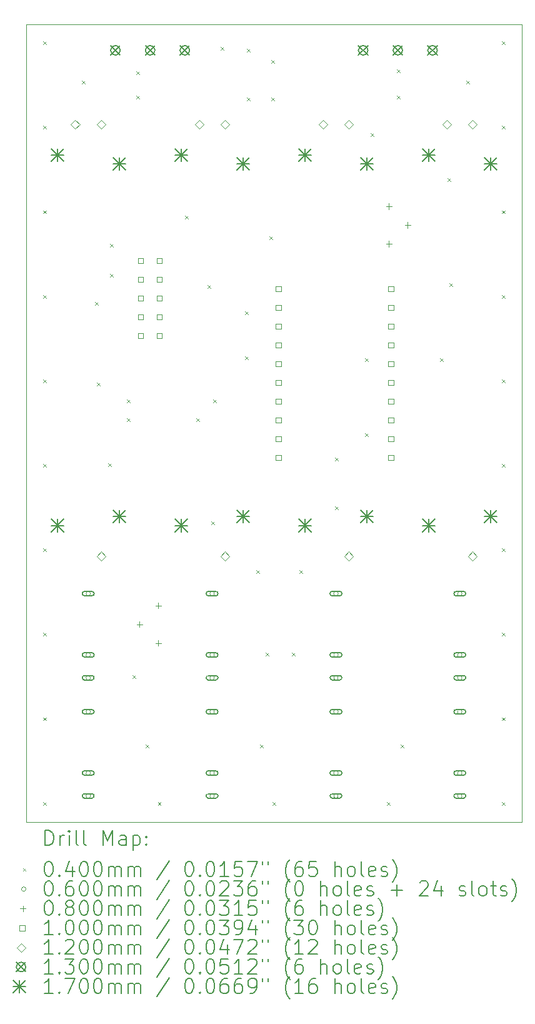
<source format=gbr>
%TF.GenerationSoftware,KiCad,Pcbnew,7.0.7*%
%TF.CreationDate,2025-10-31T21:12:37+08:00*%
%TF.ProjectId,3340_VCO,33333430-5f56-4434-9f2e-6b696361645f,rev?*%
%TF.SameCoordinates,Original*%
%TF.FileFunction,Drillmap*%
%TF.FilePolarity,Positive*%
%FSLAX45Y45*%
G04 Gerber Fmt 4.5, Leading zero omitted, Abs format (unit mm)*
G04 Created by KiCad (PCBNEW 7.0.7) date 2025-10-31 21:12:37*
%MOMM*%
%LPD*%
G01*
G04 APERTURE LIST*
%ADD10C,0.100000*%
%ADD11C,0.200000*%
%ADD12C,0.040000*%
%ADD13C,0.060000*%
%ADD14C,0.080000*%
%ADD15C,0.120000*%
%ADD16C,0.130000*%
%ADD17C,0.170000*%
G04 APERTURE END LIST*
D10*
X6644000Y-4600000D02*
X13356000Y-4600000D01*
X13356000Y-15400000D01*
X6644000Y-15400000D01*
X6644000Y-4600000D01*
D11*
D12*
X6874000Y-4830000D02*
X6914000Y-4870000D01*
X6914000Y-4830000D02*
X6874000Y-4870000D01*
X6874000Y-5974444D02*
X6914000Y-6014444D01*
X6914000Y-5974444D02*
X6874000Y-6014444D01*
X6874000Y-7118889D02*
X6914000Y-7158889D01*
X6914000Y-7118889D02*
X6874000Y-7158889D01*
X6874000Y-8263333D02*
X6914000Y-8303333D01*
X6914000Y-8263333D02*
X6874000Y-8303333D01*
X6874000Y-9407778D02*
X6914000Y-9447778D01*
X6914000Y-9407778D02*
X6874000Y-9447778D01*
X6874000Y-10552222D02*
X6914000Y-10592222D01*
X6914000Y-10552222D02*
X6874000Y-10592222D01*
X6874000Y-11696666D02*
X6914000Y-11736666D01*
X6914000Y-11696666D02*
X6874000Y-11736666D01*
X6874000Y-12841111D02*
X6914000Y-12881111D01*
X6914000Y-12841111D02*
X6874000Y-12881111D01*
X6874000Y-13985555D02*
X6914000Y-14025555D01*
X6914000Y-13985555D02*
X6874000Y-14025555D01*
X6874000Y-15130000D02*
X6914000Y-15170000D01*
X6914000Y-15130000D02*
X6874000Y-15170000D01*
X7396800Y-5364800D02*
X7436800Y-5404800D01*
X7436800Y-5364800D02*
X7396800Y-5404800D01*
X7574600Y-8362000D02*
X7614600Y-8402000D01*
X7614600Y-8362000D02*
X7574600Y-8402000D01*
X7600000Y-9454200D02*
X7640000Y-9494200D01*
X7640000Y-9454200D02*
X7600000Y-9494200D01*
X7752400Y-10546400D02*
X7792400Y-10586400D01*
X7792400Y-10546400D02*
X7752400Y-10586400D01*
X7777800Y-7574600D02*
X7817800Y-7614600D01*
X7817800Y-7574600D02*
X7777800Y-7614600D01*
X7777800Y-7981000D02*
X7817800Y-8021000D01*
X7817800Y-7981000D02*
X7777800Y-8021000D01*
X8006400Y-9682800D02*
X8046400Y-9722800D01*
X8046400Y-9682800D02*
X8006400Y-9722800D01*
X8006400Y-9936800D02*
X8046400Y-9976800D01*
X8046400Y-9936800D02*
X8006400Y-9976800D01*
X8082600Y-13416600D02*
X8122600Y-13456600D01*
X8122600Y-13416600D02*
X8082600Y-13456600D01*
X8133400Y-5237800D02*
X8173400Y-5277800D01*
X8173400Y-5237800D02*
X8133400Y-5277800D01*
X8133400Y-5568000D02*
X8173400Y-5608000D01*
X8173400Y-5568000D02*
X8133400Y-5608000D01*
X8260400Y-14356400D02*
X8300400Y-14396400D01*
X8300400Y-14356400D02*
X8260400Y-14396400D01*
X8427000Y-15130000D02*
X8467000Y-15170000D01*
X8467000Y-15130000D02*
X8427000Y-15170000D01*
X8793800Y-7193600D02*
X8833800Y-7233600D01*
X8833800Y-7193600D02*
X8793800Y-7233600D01*
X8946200Y-9936800D02*
X8986200Y-9976800D01*
X8986200Y-9936800D02*
X8946200Y-9976800D01*
X9098600Y-8133400D02*
X9138600Y-8173400D01*
X9138600Y-8133400D02*
X9098600Y-8173400D01*
X9149400Y-11333800D02*
X9189400Y-11373800D01*
X9189400Y-11333800D02*
X9149400Y-11373800D01*
X9174800Y-9682800D02*
X9214800Y-9722800D01*
X9214800Y-9682800D02*
X9174800Y-9722800D01*
X9276400Y-4907600D02*
X9316400Y-4947600D01*
X9316400Y-4907600D02*
X9276400Y-4947600D01*
X9606600Y-8489000D02*
X9646600Y-8529000D01*
X9646600Y-8489000D02*
X9606600Y-8529000D01*
X9606600Y-9098600D02*
X9646600Y-9138600D01*
X9646600Y-9098600D02*
X9606600Y-9138600D01*
X9632000Y-4933000D02*
X9672000Y-4973000D01*
X9672000Y-4933000D02*
X9632000Y-4973000D01*
X9632000Y-5593400D02*
X9672000Y-5633400D01*
X9672000Y-5593400D02*
X9632000Y-5633400D01*
X9759000Y-11994200D02*
X9799000Y-12034200D01*
X9799000Y-11994200D02*
X9759000Y-12034200D01*
X9809800Y-14356400D02*
X9849800Y-14396400D01*
X9849800Y-14356400D02*
X9809800Y-14396400D01*
X9886000Y-13111800D02*
X9926000Y-13151800D01*
X9926000Y-13111800D02*
X9886000Y-13151800D01*
X9936800Y-7473000D02*
X9976800Y-7513000D01*
X9976800Y-7473000D02*
X9936800Y-7513000D01*
X9962200Y-5085400D02*
X10002200Y-5125400D01*
X10002200Y-5085400D02*
X9962200Y-5125400D01*
X9962200Y-5593400D02*
X10002200Y-5633400D01*
X10002200Y-5593400D02*
X9962200Y-5633400D01*
X9980000Y-15130000D02*
X10020000Y-15170000D01*
X10020000Y-15130000D02*
X9980000Y-15170000D01*
X10241600Y-13111800D02*
X10281600Y-13151800D01*
X10281600Y-13111800D02*
X10241600Y-13151800D01*
X10343200Y-11994200D02*
X10383200Y-12034200D01*
X10383200Y-11994200D02*
X10343200Y-12034200D01*
X10825800Y-10470200D02*
X10865800Y-10510200D01*
X10865800Y-10470200D02*
X10825800Y-10510200D01*
X10825800Y-11130600D02*
X10865800Y-11170600D01*
X10865800Y-11130600D02*
X10825800Y-11170600D01*
X11232200Y-9124000D02*
X11272200Y-9164000D01*
X11272200Y-9124000D02*
X11232200Y-9164000D01*
X11232200Y-10140000D02*
X11272200Y-10180000D01*
X11272200Y-10140000D02*
X11232200Y-10180000D01*
X11308400Y-6076000D02*
X11348400Y-6116000D01*
X11348400Y-6076000D02*
X11308400Y-6116000D01*
X11533000Y-15130000D02*
X11573000Y-15170000D01*
X11573000Y-15130000D02*
X11533000Y-15170000D01*
X11664000Y-5212400D02*
X11704000Y-5252400D01*
X11704000Y-5212400D02*
X11664000Y-5252400D01*
X11664000Y-5568000D02*
X11704000Y-5608000D01*
X11704000Y-5568000D02*
X11664000Y-5608000D01*
X11714800Y-14356400D02*
X11754800Y-14396400D01*
X11754800Y-14356400D02*
X11714800Y-14396400D01*
X12248200Y-9124000D02*
X12288200Y-9164000D01*
X12288200Y-9124000D02*
X12248200Y-9164000D01*
X12349800Y-6685600D02*
X12389800Y-6725600D01*
X12389800Y-6685600D02*
X12349800Y-6725600D01*
X12375200Y-8108000D02*
X12415200Y-8148000D01*
X12415200Y-8108000D02*
X12375200Y-8148000D01*
X12603800Y-5364800D02*
X12643800Y-5404800D01*
X12643800Y-5364800D02*
X12603800Y-5404800D01*
X13086000Y-4830000D02*
X13126000Y-4870000D01*
X13126000Y-4830000D02*
X13086000Y-4870000D01*
X13086000Y-5974444D02*
X13126000Y-6014444D01*
X13126000Y-5974444D02*
X13086000Y-6014444D01*
X13086000Y-7118889D02*
X13126000Y-7158889D01*
X13126000Y-7118889D02*
X13086000Y-7158889D01*
X13086000Y-8263333D02*
X13126000Y-8303333D01*
X13126000Y-8263333D02*
X13086000Y-8303333D01*
X13086000Y-9407778D02*
X13126000Y-9447778D01*
X13126000Y-9407778D02*
X13086000Y-9447778D01*
X13086000Y-10552222D02*
X13126000Y-10592222D01*
X13126000Y-10552222D02*
X13086000Y-10592222D01*
X13086000Y-11696666D02*
X13126000Y-11736666D01*
X13126000Y-11696666D02*
X13086000Y-11736666D01*
X13086000Y-12841111D02*
X13126000Y-12881111D01*
X13126000Y-12841111D02*
X13086000Y-12881111D01*
X13086000Y-13985555D02*
X13126000Y-14025555D01*
X13126000Y-13985555D02*
X13086000Y-14025555D01*
X13086000Y-15130000D02*
X13126000Y-15170000D01*
X13126000Y-15130000D02*
X13086000Y-15170000D01*
D13*
X7513000Y-12308000D02*
G75*
G03*
X7513000Y-12308000I-30000J0D01*
G01*
D11*
X7433000Y-12338000D02*
X7533000Y-12338000D01*
X7533000Y-12338000D02*
G75*
G03*
X7533000Y-12278000I0J30000D01*
G01*
X7533000Y-12278000D02*
X7433000Y-12278000D01*
X7433000Y-12278000D02*
G75*
G03*
X7433000Y-12338000I0J-30000D01*
G01*
D13*
X7513000Y-13138000D02*
G75*
G03*
X7513000Y-13138000I-30000J0D01*
G01*
D11*
X7433000Y-13168000D02*
X7533000Y-13168000D01*
X7533000Y-13168000D02*
G75*
G03*
X7533000Y-13108000I0J30000D01*
G01*
X7533000Y-13108000D02*
X7433000Y-13108000D01*
X7433000Y-13108000D02*
G75*
G03*
X7433000Y-13168000I0J-30000D01*
G01*
D13*
X7513000Y-13448000D02*
G75*
G03*
X7513000Y-13448000I-30000J0D01*
G01*
D11*
X7433000Y-13478000D02*
X7533000Y-13478000D01*
X7533000Y-13478000D02*
G75*
G03*
X7533000Y-13418000I0J30000D01*
G01*
X7533000Y-13418000D02*
X7433000Y-13418000D01*
X7433000Y-13418000D02*
G75*
G03*
X7433000Y-13478000I0J-30000D01*
G01*
D13*
X7513000Y-13908000D02*
G75*
G03*
X7513000Y-13908000I-30000J0D01*
G01*
D11*
X7433000Y-13938000D02*
X7533000Y-13938000D01*
X7533000Y-13938000D02*
G75*
G03*
X7533000Y-13878000I0J30000D01*
G01*
X7533000Y-13878000D02*
X7433000Y-13878000D01*
X7433000Y-13878000D02*
G75*
G03*
X7433000Y-13938000I0J-30000D01*
G01*
D13*
X7513000Y-14738000D02*
G75*
G03*
X7513000Y-14738000I-30000J0D01*
G01*
D11*
X7433000Y-14768000D02*
X7533000Y-14768000D01*
X7533000Y-14768000D02*
G75*
G03*
X7533000Y-14708000I0J30000D01*
G01*
X7533000Y-14708000D02*
X7433000Y-14708000D01*
X7433000Y-14708000D02*
G75*
G03*
X7433000Y-14768000I0J-30000D01*
G01*
D13*
X7513000Y-15048000D02*
G75*
G03*
X7513000Y-15048000I-30000J0D01*
G01*
D11*
X7433000Y-15078000D02*
X7533000Y-15078000D01*
X7533000Y-15078000D02*
G75*
G03*
X7533000Y-15018000I0J30000D01*
G01*
X7533000Y-15018000D02*
X7433000Y-15018000D01*
X7433000Y-15018000D02*
G75*
G03*
X7433000Y-15078000I0J-30000D01*
G01*
D13*
X9191000Y-12308000D02*
G75*
G03*
X9191000Y-12308000I-30000J0D01*
G01*
D11*
X9111000Y-12338000D02*
X9211000Y-12338000D01*
X9211000Y-12338000D02*
G75*
G03*
X9211000Y-12278000I0J30000D01*
G01*
X9211000Y-12278000D02*
X9111000Y-12278000D01*
X9111000Y-12278000D02*
G75*
G03*
X9111000Y-12338000I0J-30000D01*
G01*
D13*
X9191000Y-13138000D02*
G75*
G03*
X9191000Y-13138000I-30000J0D01*
G01*
D11*
X9111000Y-13168000D02*
X9211000Y-13168000D01*
X9211000Y-13168000D02*
G75*
G03*
X9211000Y-13108000I0J30000D01*
G01*
X9211000Y-13108000D02*
X9111000Y-13108000D01*
X9111000Y-13108000D02*
G75*
G03*
X9111000Y-13168000I0J-30000D01*
G01*
D13*
X9191000Y-13448000D02*
G75*
G03*
X9191000Y-13448000I-30000J0D01*
G01*
D11*
X9111000Y-13478000D02*
X9211000Y-13478000D01*
X9211000Y-13478000D02*
G75*
G03*
X9211000Y-13418000I0J30000D01*
G01*
X9211000Y-13418000D02*
X9111000Y-13418000D01*
X9111000Y-13418000D02*
G75*
G03*
X9111000Y-13478000I0J-30000D01*
G01*
D13*
X9191000Y-13908000D02*
G75*
G03*
X9191000Y-13908000I-30000J0D01*
G01*
D11*
X9111000Y-13938000D02*
X9211000Y-13938000D01*
X9211000Y-13938000D02*
G75*
G03*
X9211000Y-13878000I0J30000D01*
G01*
X9211000Y-13878000D02*
X9111000Y-13878000D01*
X9111000Y-13878000D02*
G75*
G03*
X9111000Y-13938000I0J-30000D01*
G01*
D13*
X9191000Y-14738000D02*
G75*
G03*
X9191000Y-14738000I-30000J0D01*
G01*
D11*
X9111000Y-14768000D02*
X9211000Y-14768000D01*
X9211000Y-14768000D02*
G75*
G03*
X9211000Y-14708000I0J30000D01*
G01*
X9211000Y-14708000D02*
X9111000Y-14708000D01*
X9111000Y-14708000D02*
G75*
G03*
X9111000Y-14768000I0J-30000D01*
G01*
D13*
X9191000Y-15048000D02*
G75*
G03*
X9191000Y-15048000I-30000J0D01*
G01*
D11*
X9111000Y-15078000D02*
X9211000Y-15078000D01*
X9211000Y-15078000D02*
G75*
G03*
X9211000Y-15018000I0J30000D01*
G01*
X9211000Y-15018000D02*
X9111000Y-15018000D01*
X9111000Y-15018000D02*
G75*
G03*
X9111000Y-15078000I0J-30000D01*
G01*
D13*
X10869000Y-12308000D02*
G75*
G03*
X10869000Y-12308000I-30000J0D01*
G01*
D11*
X10789000Y-12338000D02*
X10889000Y-12338000D01*
X10889000Y-12338000D02*
G75*
G03*
X10889000Y-12278000I0J30000D01*
G01*
X10889000Y-12278000D02*
X10789000Y-12278000D01*
X10789000Y-12278000D02*
G75*
G03*
X10789000Y-12338000I0J-30000D01*
G01*
D13*
X10869000Y-13138000D02*
G75*
G03*
X10869000Y-13138000I-30000J0D01*
G01*
D11*
X10789000Y-13168000D02*
X10889000Y-13168000D01*
X10889000Y-13168000D02*
G75*
G03*
X10889000Y-13108000I0J30000D01*
G01*
X10889000Y-13108000D02*
X10789000Y-13108000D01*
X10789000Y-13108000D02*
G75*
G03*
X10789000Y-13168000I0J-30000D01*
G01*
D13*
X10869000Y-13448000D02*
G75*
G03*
X10869000Y-13448000I-30000J0D01*
G01*
D11*
X10789000Y-13478000D02*
X10889000Y-13478000D01*
X10889000Y-13478000D02*
G75*
G03*
X10889000Y-13418000I0J30000D01*
G01*
X10889000Y-13418000D02*
X10789000Y-13418000D01*
X10789000Y-13418000D02*
G75*
G03*
X10789000Y-13478000I0J-30000D01*
G01*
D13*
X10869000Y-13908000D02*
G75*
G03*
X10869000Y-13908000I-30000J0D01*
G01*
D11*
X10789000Y-13938000D02*
X10889000Y-13938000D01*
X10889000Y-13938000D02*
G75*
G03*
X10889000Y-13878000I0J30000D01*
G01*
X10889000Y-13878000D02*
X10789000Y-13878000D01*
X10789000Y-13878000D02*
G75*
G03*
X10789000Y-13938000I0J-30000D01*
G01*
D13*
X10869000Y-14738000D02*
G75*
G03*
X10869000Y-14738000I-30000J0D01*
G01*
D11*
X10789000Y-14768000D02*
X10889000Y-14768000D01*
X10889000Y-14768000D02*
G75*
G03*
X10889000Y-14708000I0J30000D01*
G01*
X10889000Y-14708000D02*
X10789000Y-14708000D01*
X10789000Y-14708000D02*
G75*
G03*
X10789000Y-14768000I0J-30000D01*
G01*
D13*
X10869000Y-15048000D02*
G75*
G03*
X10869000Y-15048000I-30000J0D01*
G01*
D11*
X10789000Y-15078000D02*
X10889000Y-15078000D01*
X10889000Y-15078000D02*
G75*
G03*
X10889000Y-15018000I0J30000D01*
G01*
X10889000Y-15018000D02*
X10789000Y-15018000D01*
X10789000Y-15018000D02*
G75*
G03*
X10789000Y-15078000I0J-30000D01*
G01*
D13*
X12547000Y-12308000D02*
G75*
G03*
X12547000Y-12308000I-30000J0D01*
G01*
D11*
X12467000Y-12338000D02*
X12567000Y-12338000D01*
X12567000Y-12338000D02*
G75*
G03*
X12567000Y-12278000I0J30000D01*
G01*
X12567000Y-12278000D02*
X12467000Y-12278000D01*
X12467000Y-12278000D02*
G75*
G03*
X12467000Y-12338000I0J-30000D01*
G01*
D13*
X12547000Y-13138000D02*
G75*
G03*
X12547000Y-13138000I-30000J0D01*
G01*
D11*
X12467000Y-13168000D02*
X12567000Y-13168000D01*
X12567000Y-13168000D02*
G75*
G03*
X12567000Y-13108000I0J30000D01*
G01*
X12567000Y-13108000D02*
X12467000Y-13108000D01*
X12467000Y-13108000D02*
G75*
G03*
X12467000Y-13168000I0J-30000D01*
G01*
D13*
X12547000Y-13448000D02*
G75*
G03*
X12547000Y-13448000I-30000J0D01*
G01*
D11*
X12467000Y-13478000D02*
X12567000Y-13478000D01*
X12567000Y-13478000D02*
G75*
G03*
X12567000Y-13418000I0J30000D01*
G01*
X12567000Y-13418000D02*
X12467000Y-13418000D01*
X12467000Y-13418000D02*
G75*
G03*
X12467000Y-13478000I0J-30000D01*
G01*
D13*
X12547000Y-13908000D02*
G75*
G03*
X12547000Y-13908000I-30000J0D01*
G01*
D11*
X12467000Y-13938000D02*
X12567000Y-13938000D01*
X12567000Y-13938000D02*
G75*
G03*
X12567000Y-13878000I0J30000D01*
G01*
X12567000Y-13878000D02*
X12467000Y-13878000D01*
X12467000Y-13878000D02*
G75*
G03*
X12467000Y-13938000I0J-30000D01*
G01*
D13*
X12547000Y-14738000D02*
G75*
G03*
X12547000Y-14738000I-30000J0D01*
G01*
D11*
X12467000Y-14768000D02*
X12567000Y-14768000D01*
X12567000Y-14768000D02*
G75*
G03*
X12567000Y-14708000I0J30000D01*
G01*
X12567000Y-14708000D02*
X12467000Y-14708000D01*
X12467000Y-14708000D02*
G75*
G03*
X12467000Y-14768000I0J-30000D01*
G01*
D13*
X12547000Y-15048000D02*
G75*
G03*
X12547000Y-15048000I-30000J0D01*
G01*
D11*
X12467000Y-15078000D02*
X12567000Y-15078000D01*
X12567000Y-15078000D02*
G75*
G03*
X12567000Y-15018000I0J30000D01*
G01*
X12567000Y-15018000D02*
X12467000Y-15018000D01*
X12467000Y-15018000D02*
G75*
G03*
X12467000Y-15078000I0J-30000D01*
G01*
D14*
X8179300Y-12684400D02*
X8179300Y-12764400D01*
X8139300Y-12724400D02*
X8219300Y-12724400D01*
X8433300Y-12430400D02*
X8433300Y-12510400D01*
X8393300Y-12470400D02*
X8473300Y-12470400D01*
X8433300Y-12938400D02*
X8433300Y-13018400D01*
X8393300Y-12978400D02*
X8473300Y-12978400D01*
X11557000Y-7021200D02*
X11557000Y-7101200D01*
X11517000Y-7061200D02*
X11597000Y-7061200D01*
X11557000Y-7529200D02*
X11557000Y-7609200D01*
X11517000Y-7569200D02*
X11597000Y-7569200D01*
X11811000Y-7275200D02*
X11811000Y-7355200D01*
X11771000Y-7315200D02*
X11851000Y-7315200D01*
D10*
X8230356Y-7835356D02*
X8230356Y-7764644D01*
X8159644Y-7764644D01*
X8159644Y-7835356D01*
X8230356Y-7835356D01*
X8230356Y-8089356D02*
X8230356Y-8018644D01*
X8159644Y-8018644D01*
X8159644Y-8089356D01*
X8230356Y-8089356D01*
X8230356Y-8343356D02*
X8230356Y-8272644D01*
X8159644Y-8272644D01*
X8159644Y-8343356D01*
X8230356Y-8343356D01*
X8230356Y-8597356D02*
X8230356Y-8526644D01*
X8159644Y-8526644D01*
X8159644Y-8597356D01*
X8230356Y-8597356D01*
X8230356Y-8851356D02*
X8230356Y-8780644D01*
X8159644Y-8780644D01*
X8159644Y-8851356D01*
X8230356Y-8851356D01*
X8484356Y-7835356D02*
X8484356Y-7764644D01*
X8413644Y-7764644D01*
X8413644Y-7835356D01*
X8484356Y-7835356D01*
X8484356Y-8089356D02*
X8484356Y-8018644D01*
X8413644Y-8018644D01*
X8413644Y-8089356D01*
X8484356Y-8089356D01*
X8484356Y-8343356D02*
X8484356Y-8272644D01*
X8413644Y-8272644D01*
X8413644Y-8343356D01*
X8484356Y-8343356D01*
X8484356Y-8597356D02*
X8484356Y-8526644D01*
X8413644Y-8526644D01*
X8413644Y-8597356D01*
X8484356Y-8597356D01*
X8484356Y-8851356D02*
X8484356Y-8780644D01*
X8413644Y-8780644D01*
X8413644Y-8851356D01*
X8484356Y-8851356D01*
X10093756Y-8214156D02*
X10093756Y-8143444D01*
X10023044Y-8143444D01*
X10023044Y-8214156D01*
X10093756Y-8214156D01*
X10093756Y-8468156D02*
X10093756Y-8397444D01*
X10023044Y-8397444D01*
X10023044Y-8468156D01*
X10093756Y-8468156D01*
X10093756Y-8722156D02*
X10093756Y-8651444D01*
X10023044Y-8651444D01*
X10023044Y-8722156D01*
X10093756Y-8722156D01*
X10093756Y-8976156D02*
X10093756Y-8905444D01*
X10023044Y-8905444D01*
X10023044Y-8976156D01*
X10093756Y-8976156D01*
X10093756Y-9230156D02*
X10093756Y-9159444D01*
X10023044Y-9159444D01*
X10023044Y-9230156D01*
X10093756Y-9230156D01*
X10093756Y-9484156D02*
X10093756Y-9413444D01*
X10023044Y-9413444D01*
X10023044Y-9484156D01*
X10093756Y-9484156D01*
X10093756Y-9738156D02*
X10093756Y-9667444D01*
X10023044Y-9667444D01*
X10023044Y-9738156D01*
X10093756Y-9738156D01*
X10093756Y-9992156D02*
X10093756Y-9921444D01*
X10023044Y-9921444D01*
X10023044Y-9992156D01*
X10093756Y-9992156D01*
X10093756Y-10246156D02*
X10093756Y-10175444D01*
X10023044Y-10175444D01*
X10023044Y-10246156D01*
X10093756Y-10246156D01*
X10093756Y-10500156D02*
X10093756Y-10429444D01*
X10023044Y-10429444D01*
X10023044Y-10500156D01*
X10093756Y-10500156D01*
X11617756Y-8214156D02*
X11617756Y-8143444D01*
X11547044Y-8143444D01*
X11547044Y-8214156D01*
X11617756Y-8214156D01*
X11617756Y-8468156D02*
X11617756Y-8397444D01*
X11547044Y-8397444D01*
X11547044Y-8468156D01*
X11617756Y-8468156D01*
X11617756Y-8722156D02*
X11617756Y-8651444D01*
X11547044Y-8651444D01*
X11547044Y-8722156D01*
X11617756Y-8722156D01*
X11617756Y-8976156D02*
X11617756Y-8905444D01*
X11547044Y-8905444D01*
X11547044Y-8976156D01*
X11617756Y-8976156D01*
X11617756Y-9230156D02*
X11617756Y-9159444D01*
X11547044Y-9159444D01*
X11547044Y-9230156D01*
X11617756Y-9230156D01*
X11617756Y-9484156D02*
X11617756Y-9413444D01*
X11547044Y-9413444D01*
X11547044Y-9484156D01*
X11617756Y-9484156D01*
X11617756Y-9738156D02*
X11617756Y-9667444D01*
X11547044Y-9667444D01*
X11547044Y-9738156D01*
X11617756Y-9738156D01*
X11617756Y-9992156D02*
X11617756Y-9921444D01*
X11547044Y-9921444D01*
X11547044Y-9992156D01*
X11617756Y-9992156D01*
X11617756Y-10246156D02*
X11617756Y-10175444D01*
X11547044Y-10175444D01*
X11547044Y-10246156D01*
X11617756Y-10246156D01*
X11617756Y-10500156D02*
X11617756Y-10429444D01*
X11547044Y-10429444D01*
X11547044Y-10500156D01*
X11617756Y-10500156D01*
D15*
X7308000Y-6010000D02*
X7368000Y-5950000D01*
X7308000Y-5890000D01*
X7248000Y-5950000D01*
X7308000Y-6010000D01*
X7658000Y-6010000D02*
X7718000Y-5950000D01*
X7658000Y-5890000D01*
X7598000Y-5950000D01*
X7658000Y-6010000D01*
X7658000Y-11860000D02*
X7718000Y-11800000D01*
X7658000Y-11740000D01*
X7598000Y-11800000D01*
X7658000Y-11860000D01*
X8986000Y-6010000D02*
X9046000Y-5950000D01*
X8986000Y-5890000D01*
X8926000Y-5950000D01*
X8986000Y-6010000D01*
X9336000Y-6010000D02*
X9396000Y-5950000D01*
X9336000Y-5890000D01*
X9276000Y-5950000D01*
X9336000Y-6010000D01*
X9336000Y-11860000D02*
X9396000Y-11800000D01*
X9336000Y-11740000D01*
X9276000Y-11800000D01*
X9336000Y-11860000D01*
X10664000Y-6010000D02*
X10724000Y-5950000D01*
X10664000Y-5890000D01*
X10604000Y-5950000D01*
X10664000Y-6010000D01*
X11014000Y-6010000D02*
X11074000Y-5950000D01*
X11014000Y-5890000D01*
X10954000Y-5950000D01*
X11014000Y-6010000D01*
X11014000Y-11860000D02*
X11074000Y-11800000D01*
X11014000Y-11740000D01*
X10954000Y-11800000D01*
X11014000Y-11860000D01*
X12342000Y-6010000D02*
X12402000Y-5950000D01*
X12342000Y-5890000D01*
X12282000Y-5950000D01*
X12342000Y-6010000D01*
X12692000Y-6010000D02*
X12752000Y-5950000D01*
X12692000Y-5890000D01*
X12632000Y-5950000D01*
X12692000Y-6010000D01*
X12692000Y-11860000D02*
X12752000Y-11800000D01*
X12692000Y-11740000D01*
X12632000Y-11800000D01*
X12692000Y-11860000D01*
D16*
X7787000Y-4885000D02*
X7917000Y-5015000D01*
X7917000Y-4885000D02*
X7787000Y-5015000D01*
X7917000Y-4950000D02*
G75*
G03*
X7917000Y-4950000I-65000J0D01*
G01*
X8257000Y-4885000D02*
X8387000Y-5015000D01*
X8387000Y-4885000D02*
X8257000Y-5015000D01*
X8387000Y-4950000D02*
G75*
G03*
X8387000Y-4950000I-65000J0D01*
G01*
X8727000Y-4885000D02*
X8857000Y-5015000D01*
X8857000Y-4885000D02*
X8727000Y-5015000D01*
X8857000Y-4950000D02*
G75*
G03*
X8857000Y-4950000I-65000J0D01*
G01*
X11143000Y-4885000D02*
X11273000Y-5015000D01*
X11273000Y-4885000D02*
X11143000Y-5015000D01*
X11273000Y-4950000D02*
G75*
G03*
X11273000Y-4950000I-65000J0D01*
G01*
X11613000Y-4885000D02*
X11743000Y-5015000D01*
X11743000Y-4885000D02*
X11613000Y-5015000D01*
X11743000Y-4950000D02*
G75*
G03*
X11743000Y-4950000I-65000J0D01*
G01*
X12083000Y-4885000D02*
X12213000Y-5015000D01*
X12213000Y-4885000D02*
X12083000Y-5015000D01*
X12213000Y-4950000D02*
G75*
G03*
X12213000Y-4950000I-65000J0D01*
G01*
D17*
X6978000Y-6280000D02*
X7148000Y-6450000D01*
X7148000Y-6280000D02*
X6978000Y-6450000D01*
X7063000Y-6280000D02*
X7063000Y-6450000D01*
X6978000Y-6365000D02*
X7148000Y-6365000D01*
X6978000Y-11300000D02*
X7148000Y-11470000D01*
X7148000Y-11300000D02*
X6978000Y-11470000D01*
X7063000Y-11300000D02*
X7063000Y-11470000D01*
X6978000Y-11385000D02*
X7148000Y-11385000D01*
X7818000Y-6400000D02*
X7988000Y-6570000D01*
X7988000Y-6400000D02*
X7818000Y-6570000D01*
X7903000Y-6400000D02*
X7903000Y-6570000D01*
X7818000Y-6485000D02*
X7988000Y-6485000D01*
X7818000Y-11180000D02*
X7988000Y-11350000D01*
X7988000Y-11180000D02*
X7818000Y-11350000D01*
X7903000Y-11180000D02*
X7903000Y-11350000D01*
X7818000Y-11265000D02*
X7988000Y-11265000D01*
X8656000Y-6280000D02*
X8826000Y-6450000D01*
X8826000Y-6280000D02*
X8656000Y-6450000D01*
X8741000Y-6280000D02*
X8741000Y-6450000D01*
X8656000Y-6365000D02*
X8826000Y-6365000D01*
X8656000Y-11300000D02*
X8826000Y-11470000D01*
X8826000Y-11300000D02*
X8656000Y-11470000D01*
X8741000Y-11300000D02*
X8741000Y-11470000D01*
X8656000Y-11385000D02*
X8826000Y-11385000D01*
X9496000Y-6400000D02*
X9666000Y-6570000D01*
X9666000Y-6400000D02*
X9496000Y-6570000D01*
X9581000Y-6400000D02*
X9581000Y-6570000D01*
X9496000Y-6485000D02*
X9666000Y-6485000D01*
X9496000Y-11180000D02*
X9666000Y-11350000D01*
X9666000Y-11180000D02*
X9496000Y-11350000D01*
X9581000Y-11180000D02*
X9581000Y-11350000D01*
X9496000Y-11265000D02*
X9666000Y-11265000D01*
X10334000Y-6280000D02*
X10504000Y-6450000D01*
X10504000Y-6280000D02*
X10334000Y-6450000D01*
X10419000Y-6280000D02*
X10419000Y-6450000D01*
X10334000Y-6365000D02*
X10504000Y-6365000D01*
X10334000Y-11300000D02*
X10504000Y-11470000D01*
X10504000Y-11300000D02*
X10334000Y-11470000D01*
X10419000Y-11300000D02*
X10419000Y-11470000D01*
X10334000Y-11385000D02*
X10504000Y-11385000D01*
X11174000Y-6400000D02*
X11344000Y-6570000D01*
X11344000Y-6400000D02*
X11174000Y-6570000D01*
X11259000Y-6400000D02*
X11259000Y-6570000D01*
X11174000Y-6485000D02*
X11344000Y-6485000D01*
X11174000Y-11180000D02*
X11344000Y-11350000D01*
X11344000Y-11180000D02*
X11174000Y-11350000D01*
X11259000Y-11180000D02*
X11259000Y-11350000D01*
X11174000Y-11265000D02*
X11344000Y-11265000D01*
X12012000Y-6280000D02*
X12182000Y-6450000D01*
X12182000Y-6280000D02*
X12012000Y-6450000D01*
X12097000Y-6280000D02*
X12097000Y-6450000D01*
X12012000Y-6365000D02*
X12182000Y-6365000D01*
X12012000Y-11300000D02*
X12182000Y-11470000D01*
X12182000Y-11300000D02*
X12012000Y-11470000D01*
X12097000Y-11300000D02*
X12097000Y-11470000D01*
X12012000Y-11385000D02*
X12182000Y-11385000D01*
X12852000Y-6400000D02*
X13022000Y-6570000D01*
X13022000Y-6400000D02*
X12852000Y-6570000D01*
X12937000Y-6400000D02*
X12937000Y-6570000D01*
X12852000Y-6485000D02*
X13022000Y-6485000D01*
X12852000Y-11180000D02*
X13022000Y-11350000D01*
X13022000Y-11180000D02*
X12852000Y-11350000D01*
X12937000Y-11180000D02*
X12937000Y-11350000D01*
X12852000Y-11265000D02*
X13022000Y-11265000D01*
D11*
X6899777Y-15716484D02*
X6899777Y-15516484D01*
X6899777Y-15516484D02*
X6947396Y-15516484D01*
X6947396Y-15516484D02*
X6975967Y-15526008D01*
X6975967Y-15526008D02*
X6995015Y-15545055D01*
X6995015Y-15545055D02*
X7004539Y-15564103D01*
X7004539Y-15564103D02*
X7014062Y-15602198D01*
X7014062Y-15602198D02*
X7014062Y-15630769D01*
X7014062Y-15630769D02*
X7004539Y-15668865D01*
X7004539Y-15668865D02*
X6995015Y-15687912D01*
X6995015Y-15687912D02*
X6975967Y-15706960D01*
X6975967Y-15706960D02*
X6947396Y-15716484D01*
X6947396Y-15716484D02*
X6899777Y-15716484D01*
X7099777Y-15716484D02*
X7099777Y-15583150D01*
X7099777Y-15621246D02*
X7109301Y-15602198D01*
X7109301Y-15602198D02*
X7118824Y-15592674D01*
X7118824Y-15592674D02*
X7137872Y-15583150D01*
X7137872Y-15583150D02*
X7156920Y-15583150D01*
X7223586Y-15716484D02*
X7223586Y-15583150D01*
X7223586Y-15516484D02*
X7214062Y-15526008D01*
X7214062Y-15526008D02*
X7223586Y-15535531D01*
X7223586Y-15535531D02*
X7233110Y-15526008D01*
X7233110Y-15526008D02*
X7223586Y-15516484D01*
X7223586Y-15516484D02*
X7223586Y-15535531D01*
X7347396Y-15716484D02*
X7328348Y-15706960D01*
X7328348Y-15706960D02*
X7318824Y-15687912D01*
X7318824Y-15687912D02*
X7318824Y-15516484D01*
X7452158Y-15716484D02*
X7433110Y-15706960D01*
X7433110Y-15706960D02*
X7423586Y-15687912D01*
X7423586Y-15687912D02*
X7423586Y-15516484D01*
X7680729Y-15716484D02*
X7680729Y-15516484D01*
X7680729Y-15516484D02*
X7747396Y-15659341D01*
X7747396Y-15659341D02*
X7814062Y-15516484D01*
X7814062Y-15516484D02*
X7814062Y-15716484D01*
X7995015Y-15716484D02*
X7995015Y-15611722D01*
X7995015Y-15611722D02*
X7985491Y-15592674D01*
X7985491Y-15592674D02*
X7966443Y-15583150D01*
X7966443Y-15583150D02*
X7928348Y-15583150D01*
X7928348Y-15583150D02*
X7909301Y-15592674D01*
X7995015Y-15706960D02*
X7975967Y-15716484D01*
X7975967Y-15716484D02*
X7928348Y-15716484D01*
X7928348Y-15716484D02*
X7909301Y-15706960D01*
X7909301Y-15706960D02*
X7899777Y-15687912D01*
X7899777Y-15687912D02*
X7899777Y-15668865D01*
X7899777Y-15668865D02*
X7909301Y-15649817D01*
X7909301Y-15649817D02*
X7928348Y-15640293D01*
X7928348Y-15640293D02*
X7975967Y-15640293D01*
X7975967Y-15640293D02*
X7995015Y-15630769D01*
X8090253Y-15583150D02*
X8090253Y-15783150D01*
X8090253Y-15592674D02*
X8109301Y-15583150D01*
X8109301Y-15583150D02*
X8147396Y-15583150D01*
X8147396Y-15583150D02*
X8166443Y-15592674D01*
X8166443Y-15592674D02*
X8175967Y-15602198D01*
X8175967Y-15602198D02*
X8185491Y-15621246D01*
X8185491Y-15621246D02*
X8185491Y-15678388D01*
X8185491Y-15678388D02*
X8175967Y-15697436D01*
X8175967Y-15697436D02*
X8166443Y-15706960D01*
X8166443Y-15706960D02*
X8147396Y-15716484D01*
X8147396Y-15716484D02*
X8109301Y-15716484D01*
X8109301Y-15716484D02*
X8090253Y-15706960D01*
X8271205Y-15697436D02*
X8280729Y-15706960D01*
X8280729Y-15706960D02*
X8271205Y-15716484D01*
X8271205Y-15716484D02*
X8261682Y-15706960D01*
X8261682Y-15706960D02*
X8271205Y-15697436D01*
X8271205Y-15697436D02*
X8271205Y-15716484D01*
X8271205Y-15592674D02*
X8280729Y-15602198D01*
X8280729Y-15602198D02*
X8271205Y-15611722D01*
X8271205Y-15611722D02*
X8261682Y-15602198D01*
X8261682Y-15602198D02*
X8271205Y-15592674D01*
X8271205Y-15592674D02*
X8271205Y-15611722D01*
D12*
X6599000Y-16025000D02*
X6639000Y-16065000D01*
X6639000Y-16025000D02*
X6599000Y-16065000D01*
D11*
X6937872Y-15936484D02*
X6956920Y-15936484D01*
X6956920Y-15936484D02*
X6975967Y-15946008D01*
X6975967Y-15946008D02*
X6985491Y-15955531D01*
X6985491Y-15955531D02*
X6995015Y-15974579D01*
X6995015Y-15974579D02*
X7004539Y-16012674D01*
X7004539Y-16012674D02*
X7004539Y-16060293D01*
X7004539Y-16060293D02*
X6995015Y-16098388D01*
X6995015Y-16098388D02*
X6985491Y-16117436D01*
X6985491Y-16117436D02*
X6975967Y-16126960D01*
X6975967Y-16126960D02*
X6956920Y-16136484D01*
X6956920Y-16136484D02*
X6937872Y-16136484D01*
X6937872Y-16136484D02*
X6918824Y-16126960D01*
X6918824Y-16126960D02*
X6909301Y-16117436D01*
X6909301Y-16117436D02*
X6899777Y-16098388D01*
X6899777Y-16098388D02*
X6890253Y-16060293D01*
X6890253Y-16060293D02*
X6890253Y-16012674D01*
X6890253Y-16012674D02*
X6899777Y-15974579D01*
X6899777Y-15974579D02*
X6909301Y-15955531D01*
X6909301Y-15955531D02*
X6918824Y-15946008D01*
X6918824Y-15946008D02*
X6937872Y-15936484D01*
X7090253Y-16117436D02*
X7099777Y-16126960D01*
X7099777Y-16126960D02*
X7090253Y-16136484D01*
X7090253Y-16136484D02*
X7080729Y-16126960D01*
X7080729Y-16126960D02*
X7090253Y-16117436D01*
X7090253Y-16117436D02*
X7090253Y-16136484D01*
X7271205Y-16003150D02*
X7271205Y-16136484D01*
X7223586Y-15926960D02*
X7175967Y-16069817D01*
X7175967Y-16069817D02*
X7299777Y-16069817D01*
X7414062Y-15936484D02*
X7433110Y-15936484D01*
X7433110Y-15936484D02*
X7452158Y-15946008D01*
X7452158Y-15946008D02*
X7461682Y-15955531D01*
X7461682Y-15955531D02*
X7471205Y-15974579D01*
X7471205Y-15974579D02*
X7480729Y-16012674D01*
X7480729Y-16012674D02*
X7480729Y-16060293D01*
X7480729Y-16060293D02*
X7471205Y-16098388D01*
X7471205Y-16098388D02*
X7461682Y-16117436D01*
X7461682Y-16117436D02*
X7452158Y-16126960D01*
X7452158Y-16126960D02*
X7433110Y-16136484D01*
X7433110Y-16136484D02*
X7414062Y-16136484D01*
X7414062Y-16136484D02*
X7395015Y-16126960D01*
X7395015Y-16126960D02*
X7385491Y-16117436D01*
X7385491Y-16117436D02*
X7375967Y-16098388D01*
X7375967Y-16098388D02*
X7366443Y-16060293D01*
X7366443Y-16060293D02*
X7366443Y-16012674D01*
X7366443Y-16012674D02*
X7375967Y-15974579D01*
X7375967Y-15974579D02*
X7385491Y-15955531D01*
X7385491Y-15955531D02*
X7395015Y-15946008D01*
X7395015Y-15946008D02*
X7414062Y-15936484D01*
X7604539Y-15936484D02*
X7623586Y-15936484D01*
X7623586Y-15936484D02*
X7642634Y-15946008D01*
X7642634Y-15946008D02*
X7652158Y-15955531D01*
X7652158Y-15955531D02*
X7661682Y-15974579D01*
X7661682Y-15974579D02*
X7671205Y-16012674D01*
X7671205Y-16012674D02*
X7671205Y-16060293D01*
X7671205Y-16060293D02*
X7661682Y-16098388D01*
X7661682Y-16098388D02*
X7652158Y-16117436D01*
X7652158Y-16117436D02*
X7642634Y-16126960D01*
X7642634Y-16126960D02*
X7623586Y-16136484D01*
X7623586Y-16136484D02*
X7604539Y-16136484D01*
X7604539Y-16136484D02*
X7585491Y-16126960D01*
X7585491Y-16126960D02*
X7575967Y-16117436D01*
X7575967Y-16117436D02*
X7566443Y-16098388D01*
X7566443Y-16098388D02*
X7556920Y-16060293D01*
X7556920Y-16060293D02*
X7556920Y-16012674D01*
X7556920Y-16012674D02*
X7566443Y-15974579D01*
X7566443Y-15974579D02*
X7575967Y-15955531D01*
X7575967Y-15955531D02*
X7585491Y-15946008D01*
X7585491Y-15946008D02*
X7604539Y-15936484D01*
X7756920Y-16136484D02*
X7756920Y-16003150D01*
X7756920Y-16022198D02*
X7766443Y-16012674D01*
X7766443Y-16012674D02*
X7785491Y-16003150D01*
X7785491Y-16003150D02*
X7814063Y-16003150D01*
X7814063Y-16003150D02*
X7833110Y-16012674D01*
X7833110Y-16012674D02*
X7842634Y-16031722D01*
X7842634Y-16031722D02*
X7842634Y-16136484D01*
X7842634Y-16031722D02*
X7852158Y-16012674D01*
X7852158Y-16012674D02*
X7871205Y-16003150D01*
X7871205Y-16003150D02*
X7899777Y-16003150D01*
X7899777Y-16003150D02*
X7918824Y-16012674D01*
X7918824Y-16012674D02*
X7928348Y-16031722D01*
X7928348Y-16031722D02*
X7928348Y-16136484D01*
X8023586Y-16136484D02*
X8023586Y-16003150D01*
X8023586Y-16022198D02*
X8033110Y-16012674D01*
X8033110Y-16012674D02*
X8052158Y-16003150D01*
X8052158Y-16003150D02*
X8080729Y-16003150D01*
X8080729Y-16003150D02*
X8099777Y-16012674D01*
X8099777Y-16012674D02*
X8109301Y-16031722D01*
X8109301Y-16031722D02*
X8109301Y-16136484D01*
X8109301Y-16031722D02*
X8118824Y-16012674D01*
X8118824Y-16012674D02*
X8137872Y-16003150D01*
X8137872Y-16003150D02*
X8166443Y-16003150D01*
X8166443Y-16003150D02*
X8185491Y-16012674D01*
X8185491Y-16012674D02*
X8195015Y-16031722D01*
X8195015Y-16031722D02*
X8195015Y-16136484D01*
X8585491Y-15926960D02*
X8414063Y-16184103D01*
X8842634Y-15936484D02*
X8861682Y-15936484D01*
X8861682Y-15936484D02*
X8880729Y-15946008D01*
X8880729Y-15946008D02*
X8890253Y-15955531D01*
X8890253Y-15955531D02*
X8899777Y-15974579D01*
X8899777Y-15974579D02*
X8909301Y-16012674D01*
X8909301Y-16012674D02*
X8909301Y-16060293D01*
X8909301Y-16060293D02*
X8899777Y-16098388D01*
X8899777Y-16098388D02*
X8890253Y-16117436D01*
X8890253Y-16117436D02*
X8880729Y-16126960D01*
X8880729Y-16126960D02*
X8861682Y-16136484D01*
X8861682Y-16136484D02*
X8842634Y-16136484D01*
X8842634Y-16136484D02*
X8823587Y-16126960D01*
X8823587Y-16126960D02*
X8814063Y-16117436D01*
X8814063Y-16117436D02*
X8804539Y-16098388D01*
X8804539Y-16098388D02*
X8795015Y-16060293D01*
X8795015Y-16060293D02*
X8795015Y-16012674D01*
X8795015Y-16012674D02*
X8804539Y-15974579D01*
X8804539Y-15974579D02*
X8814063Y-15955531D01*
X8814063Y-15955531D02*
X8823587Y-15946008D01*
X8823587Y-15946008D02*
X8842634Y-15936484D01*
X8995015Y-16117436D02*
X9004539Y-16126960D01*
X9004539Y-16126960D02*
X8995015Y-16136484D01*
X8995015Y-16136484D02*
X8985491Y-16126960D01*
X8985491Y-16126960D02*
X8995015Y-16117436D01*
X8995015Y-16117436D02*
X8995015Y-16136484D01*
X9128348Y-15936484D02*
X9147396Y-15936484D01*
X9147396Y-15936484D02*
X9166444Y-15946008D01*
X9166444Y-15946008D02*
X9175968Y-15955531D01*
X9175968Y-15955531D02*
X9185491Y-15974579D01*
X9185491Y-15974579D02*
X9195015Y-16012674D01*
X9195015Y-16012674D02*
X9195015Y-16060293D01*
X9195015Y-16060293D02*
X9185491Y-16098388D01*
X9185491Y-16098388D02*
X9175968Y-16117436D01*
X9175968Y-16117436D02*
X9166444Y-16126960D01*
X9166444Y-16126960D02*
X9147396Y-16136484D01*
X9147396Y-16136484D02*
X9128348Y-16136484D01*
X9128348Y-16136484D02*
X9109301Y-16126960D01*
X9109301Y-16126960D02*
X9099777Y-16117436D01*
X9099777Y-16117436D02*
X9090253Y-16098388D01*
X9090253Y-16098388D02*
X9080729Y-16060293D01*
X9080729Y-16060293D02*
X9080729Y-16012674D01*
X9080729Y-16012674D02*
X9090253Y-15974579D01*
X9090253Y-15974579D02*
X9099777Y-15955531D01*
X9099777Y-15955531D02*
X9109301Y-15946008D01*
X9109301Y-15946008D02*
X9128348Y-15936484D01*
X9385491Y-16136484D02*
X9271206Y-16136484D01*
X9328348Y-16136484D02*
X9328348Y-15936484D01*
X9328348Y-15936484D02*
X9309301Y-15965055D01*
X9309301Y-15965055D02*
X9290253Y-15984103D01*
X9290253Y-15984103D02*
X9271206Y-15993627D01*
X9566444Y-15936484D02*
X9471206Y-15936484D01*
X9471206Y-15936484D02*
X9461682Y-16031722D01*
X9461682Y-16031722D02*
X9471206Y-16022198D01*
X9471206Y-16022198D02*
X9490253Y-16012674D01*
X9490253Y-16012674D02*
X9537872Y-16012674D01*
X9537872Y-16012674D02*
X9556920Y-16022198D01*
X9556920Y-16022198D02*
X9566444Y-16031722D01*
X9566444Y-16031722D02*
X9575968Y-16050769D01*
X9575968Y-16050769D02*
X9575968Y-16098388D01*
X9575968Y-16098388D02*
X9566444Y-16117436D01*
X9566444Y-16117436D02*
X9556920Y-16126960D01*
X9556920Y-16126960D02*
X9537872Y-16136484D01*
X9537872Y-16136484D02*
X9490253Y-16136484D01*
X9490253Y-16136484D02*
X9471206Y-16126960D01*
X9471206Y-16126960D02*
X9461682Y-16117436D01*
X9642634Y-15936484D02*
X9775968Y-15936484D01*
X9775968Y-15936484D02*
X9690253Y-16136484D01*
X9842634Y-15936484D02*
X9842634Y-15974579D01*
X9918825Y-15936484D02*
X9918825Y-15974579D01*
X10214063Y-16212674D02*
X10204539Y-16203150D01*
X10204539Y-16203150D02*
X10185491Y-16174579D01*
X10185491Y-16174579D02*
X10175968Y-16155531D01*
X10175968Y-16155531D02*
X10166444Y-16126960D01*
X10166444Y-16126960D02*
X10156920Y-16079341D01*
X10156920Y-16079341D02*
X10156920Y-16041246D01*
X10156920Y-16041246D02*
X10166444Y-15993627D01*
X10166444Y-15993627D02*
X10175968Y-15965055D01*
X10175968Y-15965055D02*
X10185491Y-15946008D01*
X10185491Y-15946008D02*
X10204539Y-15917436D01*
X10204539Y-15917436D02*
X10214063Y-15907912D01*
X10375968Y-15936484D02*
X10337872Y-15936484D01*
X10337872Y-15936484D02*
X10318825Y-15946008D01*
X10318825Y-15946008D02*
X10309301Y-15955531D01*
X10309301Y-15955531D02*
X10290253Y-15984103D01*
X10290253Y-15984103D02*
X10280730Y-16022198D01*
X10280730Y-16022198D02*
X10280730Y-16098388D01*
X10280730Y-16098388D02*
X10290253Y-16117436D01*
X10290253Y-16117436D02*
X10299777Y-16126960D01*
X10299777Y-16126960D02*
X10318825Y-16136484D01*
X10318825Y-16136484D02*
X10356920Y-16136484D01*
X10356920Y-16136484D02*
X10375968Y-16126960D01*
X10375968Y-16126960D02*
X10385491Y-16117436D01*
X10385491Y-16117436D02*
X10395015Y-16098388D01*
X10395015Y-16098388D02*
X10395015Y-16050769D01*
X10395015Y-16050769D02*
X10385491Y-16031722D01*
X10385491Y-16031722D02*
X10375968Y-16022198D01*
X10375968Y-16022198D02*
X10356920Y-16012674D01*
X10356920Y-16012674D02*
X10318825Y-16012674D01*
X10318825Y-16012674D02*
X10299777Y-16022198D01*
X10299777Y-16022198D02*
X10290253Y-16031722D01*
X10290253Y-16031722D02*
X10280730Y-16050769D01*
X10575968Y-15936484D02*
X10480730Y-15936484D01*
X10480730Y-15936484D02*
X10471206Y-16031722D01*
X10471206Y-16031722D02*
X10480730Y-16022198D01*
X10480730Y-16022198D02*
X10499777Y-16012674D01*
X10499777Y-16012674D02*
X10547396Y-16012674D01*
X10547396Y-16012674D02*
X10566444Y-16022198D01*
X10566444Y-16022198D02*
X10575968Y-16031722D01*
X10575968Y-16031722D02*
X10585491Y-16050769D01*
X10585491Y-16050769D02*
X10585491Y-16098388D01*
X10585491Y-16098388D02*
X10575968Y-16117436D01*
X10575968Y-16117436D02*
X10566444Y-16126960D01*
X10566444Y-16126960D02*
X10547396Y-16136484D01*
X10547396Y-16136484D02*
X10499777Y-16136484D01*
X10499777Y-16136484D02*
X10480730Y-16126960D01*
X10480730Y-16126960D02*
X10471206Y-16117436D01*
X10823587Y-16136484D02*
X10823587Y-15936484D01*
X10909301Y-16136484D02*
X10909301Y-16031722D01*
X10909301Y-16031722D02*
X10899777Y-16012674D01*
X10899777Y-16012674D02*
X10880730Y-16003150D01*
X10880730Y-16003150D02*
X10852158Y-16003150D01*
X10852158Y-16003150D02*
X10833111Y-16012674D01*
X10833111Y-16012674D02*
X10823587Y-16022198D01*
X11033111Y-16136484D02*
X11014063Y-16126960D01*
X11014063Y-16126960D02*
X11004539Y-16117436D01*
X11004539Y-16117436D02*
X10995015Y-16098388D01*
X10995015Y-16098388D02*
X10995015Y-16041246D01*
X10995015Y-16041246D02*
X11004539Y-16022198D01*
X11004539Y-16022198D02*
X11014063Y-16012674D01*
X11014063Y-16012674D02*
X11033111Y-16003150D01*
X11033111Y-16003150D02*
X11061682Y-16003150D01*
X11061682Y-16003150D02*
X11080730Y-16012674D01*
X11080730Y-16012674D02*
X11090253Y-16022198D01*
X11090253Y-16022198D02*
X11099777Y-16041246D01*
X11099777Y-16041246D02*
X11099777Y-16098388D01*
X11099777Y-16098388D02*
X11090253Y-16117436D01*
X11090253Y-16117436D02*
X11080730Y-16126960D01*
X11080730Y-16126960D02*
X11061682Y-16136484D01*
X11061682Y-16136484D02*
X11033111Y-16136484D01*
X11214063Y-16136484D02*
X11195015Y-16126960D01*
X11195015Y-16126960D02*
X11185491Y-16107912D01*
X11185491Y-16107912D02*
X11185491Y-15936484D01*
X11366444Y-16126960D02*
X11347396Y-16136484D01*
X11347396Y-16136484D02*
X11309301Y-16136484D01*
X11309301Y-16136484D02*
X11290253Y-16126960D01*
X11290253Y-16126960D02*
X11280730Y-16107912D01*
X11280730Y-16107912D02*
X11280730Y-16031722D01*
X11280730Y-16031722D02*
X11290253Y-16012674D01*
X11290253Y-16012674D02*
X11309301Y-16003150D01*
X11309301Y-16003150D02*
X11347396Y-16003150D01*
X11347396Y-16003150D02*
X11366444Y-16012674D01*
X11366444Y-16012674D02*
X11375968Y-16031722D01*
X11375968Y-16031722D02*
X11375968Y-16050769D01*
X11375968Y-16050769D02*
X11280730Y-16069817D01*
X11452158Y-16126960D02*
X11471206Y-16136484D01*
X11471206Y-16136484D02*
X11509301Y-16136484D01*
X11509301Y-16136484D02*
X11528349Y-16126960D01*
X11528349Y-16126960D02*
X11537872Y-16107912D01*
X11537872Y-16107912D02*
X11537872Y-16098388D01*
X11537872Y-16098388D02*
X11528349Y-16079341D01*
X11528349Y-16079341D02*
X11509301Y-16069817D01*
X11509301Y-16069817D02*
X11480730Y-16069817D01*
X11480730Y-16069817D02*
X11461682Y-16060293D01*
X11461682Y-16060293D02*
X11452158Y-16041246D01*
X11452158Y-16041246D02*
X11452158Y-16031722D01*
X11452158Y-16031722D02*
X11461682Y-16012674D01*
X11461682Y-16012674D02*
X11480730Y-16003150D01*
X11480730Y-16003150D02*
X11509301Y-16003150D01*
X11509301Y-16003150D02*
X11528349Y-16012674D01*
X11604539Y-16212674D02*
X11614063Y-16203150D01*
X11614063Y-16203150D02*
X11633111Y-16174579D01*
X11633111Y-16174579D02*
X11642634Y-16155531D01*
X11642634Y-16155531D02*
X11652158Y-16126960D01*
X11652158Y-16126960D02*
X11661682Y-16079341D01*
X11661682Y-16079341D02*
X11661682Y-16041246D01*
X11661682Y-16041246D02*
X11652158Y-15993627D01*
X11652158Y-15993627D02*
X11642634Y-15965055D01*
X11642634Y-15965055D02*
X11633111Y-15946008D01*
X11633111Y-15946008D02*
X11614063Y-15917436D01*
X11614063Y-15917436D02*
X11604539Y-15907912D01*
D13*
X6639000Y-16309000D02*
G75*
G03*
X6639000Y-16309000I-30000J0D01*
G01*
D11*
X6937872Y-16200484D02*
X6956920Y-16200484D01*
X6956920Y-16200484D02*
X6975967Y-16210008D01*
X6975967Y-16210008D02*
X6985491Y-16219531D01*
X6985491Y-16219531D02*
X6995015Y-16238579D01*
X6995015Y-16238579D02*
X7004539Y-16276674D01*
X7004539Y-16276674D02*
X7004539Y-16324293D01*
X7004539Y-16324293D02*
X6995015Y-16362388D01*
X6995015Y-16362388D02*
X6985491Y-16381436D01*
X6985491Y-16381436D02*
X6975967Y-16390960D01*
X6975967Y-16390960D02*
X6956920Y-16400484D01*
X6956920Y-16400484D02*
X6937872Y-16400484D01*
X6937872Y-16400484D02*
X6918824Y-16390960D01*
X6918824Y-16390960D02*
X6909301Y-16381436D01*
X6909301Y-16381436D02*
X6899777Y-16362388D01*
X6899777Y-16362388D02*
X6890253Y-16324293D01*
X6890253Y-16324293D02*
X6890253Y-16276674D01*
X6890253Y-16276674D02*
X6899777Y-16238579D01*
X6899777Y-16238579D02*
X6909301Y-16219531D01*
X6909301Y-16219531D02*
X6918824Y-16210008D01*
X6918824Y-16210008D02*
X6937872Y-16200484D01*
X7090253Y-16381436D02*
X7099777Y-16390960D01*
X7099777Y-16390960D02*
X7090253Y-16400484D01*
X7090253Y-16400484D02*
X7080729Y-16390960D01*
X7080729Y-16390960D02*
X7090253Y-16381436D01*
X7090253Y-16381436D02*
X7090253Y-16400484D01*
X7271205Y-16200484D02*
X7233110Y-16200484D01*
X7233110Y-16200484D02*
X7214062Y-16210008D01*
X7214062Y-16210008D02*
X7204539Y-16219531D01*
X7204539Y-16219531D02*
X7185491Y-16248103D01*
X7185491Y-16248103D02*
X7175967Y-16286198D01*
X7175967Y-16286198D02*
X7175967Y-16362388D01*
X7175967Y-16362388D02*
X7185491Y-16381436D01*
X7185491Y-16381436D02*
X7195015Y-16390960D01*
X7195015Y-16390960D02*
X7214062Y-16400484D01*
X7214062Y-16400484D02*
X7252158Y-16400484D01*
X7252158Y-16400484D02*
X7271205Y-16390960D01*
X7271205Y-16390960D02*
X7280729Y-16381436D01*
X7280729Y-16381436D02*
X7290253Y-16362388D01*
X7290253Y-16362388D02*
X7290253Y-16314769D01*
X7290253Y-16314769D02*
X7280729Y-16295722D01*
X7280729Y-16295722D02*
X7271205Y-16286198D01*
X7271205Y-16286198D02*
X7252158Y-16276674D01*
X7252158Y-16276674D02*
X7214062Y-16276674D01*
X7214062Y-16276674D02*
X7195015Y-16286198D01*
X7195015Y-16286198D02*
X7185491Y-16295722D01*
X7185491Y-16295722D02*
X7175967Y-16314769D01*
X7414062Y-16200484D02*
X7433110Y-16200484D01*
X7433110Y-16200484D02*
X7452158Y-16210008D01*
X7452158Y-16210008D02*
X7461682Y-16219531D01*
X7461682Y-16219531D02*
X7471205Y-16238579D01*
X7471205Y-16238579D02*
X7480729Y-16276674D01*
X7480729Y-16276674D02*
X7480729Y-16324293D01*
X7480729Y-16324293D02*
X7471205Y-16362388D01*
X7471205Y-16362388D02*
X7461682Y-16381436D01*
X7461682Y-16381436D02*
X7452158Y-16390960D01*
X7452158Y-16390960D02*
X7433110Y-16400484D01*
X7433110Y-16400484D02*
X7414062Y-16400484D01*
X7414062Y-16400484D02*
X7395015Y-16390960D01*
X7395015Y-16390960D02*
X7385491Y-16381436D01*
X7385491Y-16381436D02*
X7375967Y-16362388D01*
X7375967Y-16362388D02*
X7366443Y-16324293D01*
X7366443Y-16324293D02*
X7366443Y-16276674D01*
X7366443Y-16276674D02*
X7375967Y-16238579D01*
X7375967Y-16238579D02*
X7385491Y-16219531D01*
X7385491Y-16219531D02*
X7395015Y-16210008D01*
X7395015Y-16210008D02*
X7414062Y-16200484D01*
X7604539Y-16200484D02*
X7623586Y-16200484D01*
X7623586Y-16200484D02*
X7642634Y-16210008D01*
X7642634Y-16210008D02*
X7652158Y-16219531D01*
X7652158Y-16219531D02*
X7661682Y-16238579D01*
X7661682Y-16238579D02*
X7671205Y-16276674D01*
X7671205Y-16276674D02*
X7671205Y-16324293D01*
X7671205Y-16324293D02*
X7661682Y-16362388D01*
X7661682Y-16362388D02*
X7652158Y-16381436D01*
X7652158Y-16381436D02*
X7642634Y-16390960D01*
X7642634Y-16390960D02*
X7623586Y-16400484D01*
X7623586Y-16400484D02*
X7604539Y-16400484D01*
X7604539Y-16400484D02*
X7585491Y-16390960D01*
X7585491Y-16390960D02*
X7575967Y-16381436D01*
X7575967Y-16381436D02*
X7566443Y-16362388D01*
X7566443Y-16362388D02*
X7556920Y-16324293D01*
X7556920Y-16324293D02*
X7556920Y-16276674D01*
X7556920Y-16276674D02*
X7566443Y-16238579D01*
X7566443Y-16238579D02*
X7575967Y-16219531D01*
X7575967Y-16219531D02*
X7585491Y-16210008D01*
X7585491Y-16210008D02*
X7604539Y-16200484D01*
X7756920Y-16400484D02*
X7756920Y-16267150D01*
X7756920Y-16286198D02*
X7766443Y-16276674D01*
X7766443Y-16276674D02*
X7785491Y-16267150D01*
X7785491Y-16267150D02*
X7814063Y-16267150D01*
X7814063Y-16267150D02*
X7833110Y-16276674D01*
X7833110Y-16276674D02*
X7842634Y-16295722D01*
X7842634Y-16295722D02*
X7842634Y-16400484D01*
X7842634Y-16295722D02*
X7852158Y-16276674D01*
X7852158Y-16276674D02*
X7871205Y-16267150D01*
X7871205Y-16267150D02*
X7899777Y-16267150D01*
X7899777Y-16267150D02*
X7918824Y-16276674D01*
X7918824Y-16276674D02*
X7928348Y-16295722D01*
X7928348Y-16295722D02*
X7928348Y-16400484D01*
X8023586Y-16400484D02*
X8023586Y-16267150D01*
X8023586Y-16286198D02*
X8033110Y-16276674D01*
X8033110Y-16276674D02*
X8052158Y-16267150D01*
X8052158Y-16267150D02*
X8080729Y-16267150D01*
X8080729Y-16267150D02*
X8099777Y-16276674D01*
X8099777Y-16276674D02*
X8109301Y-16295722D01*
X8109301Y-16295722D02*
X8109301Y-16400484D01*
X8109301Y-16295722D02*
X8118824Y-16276674D01*
X8118824Y-16276674D02*
X8137872Y-16267150D01*
X8137872Y-16267150D02*
X8166443Y-16267150D01*
X8166443Y-16267150D02*
X8185491Y-16276674D01*
X8185491Y-16276674D02*
X8195015Y-16295722D01*
X8195015Y-16295722D02*
X8195015Y-16400484D01*
X8585491Y-16190960D02*
X8414063Y-16448103D01*
X8842634Y-16200484D02*
X8861682Y-16200484D01*
X8861682Y-16200484D02*
X8880729Y-16210008D01*
X8880729Y-16210008D02*
X8890253Y-16219531D01*
X8890253Y-16219531D02*
X8899777Y-16238579D01*
X8899777Y-16238579D02*
X8909301Y-16276674D01*
X8909301Y-16276674D02*
X8909301Y-16324293D01*
X8909301Y-16324293D02*
X8899777Y-16362388D01*
X8899777Y-16362388D02*
X8890253Y-16381436D01*
X8890253Y-16381436D02*
X8880729Y-16390960D01*
X8880729Y-16390960D02*
X8861682Y-16400484D01*
X8861682Y-16400484D02*
X8842634Y-16400484D01*
X8842634Y-16400484D02*
X8823587Y-16390960D01*
X8823587Y-16390960D02*
X8814063Y-16381436D01*
X8814063Y-16381436D02*
X8804539Y-16362388D01*
X8804539Y-16362388D02*
X8795015Y-16324293D01*
X8795015Y-16324293D02*
X8795015Y-16276674D01*
X8795015Y-16276674D02*
X8804539Y-16238579D01*
X8804539Y-16238579D02*
X8814063Y-16219531D01*
X8814063Y-16219531D02*
X8823587Y-16210008D01*
X8823587Y-16210008D02*
X8842634Y-16200484D01*
X8995015Y-16381436D02*
X9004539Y-16390960D01*
X9004539Y-16390960D02*
X8995015Y-16400484D01*
X8995015Y-16400484D02*
X8985491Y-16390960D01*
X8985491Y-16390960D02*
X8995015Y-16381436D01*
X8995015Y-16381436D02*
X8995015Y-16400484D01*
X9128348Y-16200484D02*
X9147396Y-16200484D01*
X9147396Y-16200484D02*
X9166444Y-16210008D01*
X9166444Y-16210008D02*
X9175968Y-16219531D01*
X9175968Y-16219531D02*
X9185491Y-16238579D01*
X9185491Y-16238579D02*
X9195015Y-16276674D01*
X9195015Y-16276674D02*
X9195015Y-16324293D01*
X9195015Y-16324293D02*
X9185491Y-16362388D01*
X9185491Y-16362388D02*
X9175968Y-16381436D01*
X9175968Y-16381436D02*
X9166444Y-16390960D01*
X9166444Y-16390960D02*
X9147396Y-16400484D01*
X9147396Y-16400484D02*
X9128348Y-16400484D01*
X9128348Y-16400484D02*
X9109301Y-16390960D01*
X9109301Y-16390960D02*
X9099777Y-16381436D01*
X9099777Y-16381436D02*
X9090253Y-16362388D01*
X9090253Y-16362388D02*
X9080729Y-16324293D01*
X9080729Y-16324293D02*
X9080729Y-16276674D01*
X9080729Y-16276674D02*
X9090253Y-16238579D01*
X9090253Y-16238579D02*
X9099777Y-16219531D01*
X9099777Y-16219531D02*
X9109301Y-16210008D01*
X9109301Y-16210008D02*
X9128348Y-16200484D01*
X9271206Y-16219531D02*
X9280729Y-16210008D01*
X9280729Y-16210008D02*
X9299777Y-16200484D01*
X9299777Y-16200484D02*
X9347396Y-16200484D01*
X9347396Y-16200484D02*
X9366444Y-16210008D01*
X9366444Y-16210008D02*
X9375968Y-16219531D01*
X9375968Y-16219531D02*
X9385491Y-16238579D01*
X9385491Y-16238579D02*
X9385491Y-16257627D01*
X9385491Y-16257627D02*
X9375968Y-16286198D01*
X9375968Y-16286198D02*
X9261682Y-16400484D01*
X9261682Y-16400484D02*
X9385491Y-16400484D01*
X9452158Y-16200484D02*
X9575968Y-16200484D01*
X9575968Y-16200484D02*
X9509301Y-16276674D01*
X9509301Y-16276674D02*
X9537872Y-16276674D01*
X9537872Y-16276674D02*
X9556920Y-16286198D01*
X9556920Y-16286198D02*
X9566444Y-16295722D01*
X9566444Y-16295722D02*
X9575968Y-16314769D01*
X9575968Y-16314769D02*
X9575968Y-16362388D01*
X9575968Y-16362388D02*
X9566444Y-16381436D01*
X9566444Y-16381436D02*
X9556920Y-16390960D01*
X9556920Y-16390960D02*
X9537872Y-16400484D01*
X9537872Y-16400484D02*
X9480729Y-16400484D01*
X9480729Y-16400484D02*
X9461682Y-16390960D01*
X9461682Y-16390960D02*
X9452158Y-16381436D01*
X9747396Y-16200484D02*
X9709301Y-16200484D01*
X9709301Y-16200484D02*
X9690253Y-16210008D01*
X9690253Y-16210008D02*
X9680729Y-16219531D01*
X9680729Y-16219531D02*
X9661682Y-16248103D01*
X9661682Y-16248103D02*
X9652158Y-16286198D01*
X9652158Y-16286198D02*
X9652158Y-16362388D01*
X9652158Y-16362388D02*
X9661682Y-16381436D01*
X9661682Y-16381436D02*
X9671206Y-16390960D01*
X9671206Y-16390960D02*
X9690253Y-16400484D01*
X9690253Y-16400484D02*
X9728349Y-16400484D01*
X9728349Y-16400484D02*
X9747396Y-16390960D01*
X9747396Y-16390960D02*
X9756920Y-16381436D01*
X9756920Y-16381436D02*
X9766444Y-16362388D01*
X9766444Y-16362388D02*
X9766444Y-16314769D01*
X9766444Y-16314769D02*
X9756920Y-16295722D01*
X9756920Y-16295722D02*
X9747396Y-16286198D01*
X9747396Y-16286198D02*
X9728349Y-16276674D01*
X9728349Y-16276674D02*
X9690253Y-16276674D01*
X9690253Y-16276674D02*
X9671206Y-16286198D01*
X9671206Y-16286198D02*
X9661682Y-16295722D01*
X9661682Y-16295722D02*
X9652158Y-16314769D01*
X9842634Y-16200484D02*
X9842634Y-16238579D01*
X9918825Y-16200484D02*
X9918825Y-16238579D01*
X10214063Y-16476674D02*
X10204539Y-16467150D01*
X10204539Y-16467150D02*
X10185491Y-16438579D01*
X10185491Y-16438579D02*
X10175968Y-16419531D01*
X10175968Y-16419531D02*
X10166444Y-16390960D01*
X10166444Y-16390960D02*
X10156920Y-16343341D01*
X10156920Y-16343341D02*
X10156920Y-16305246D01*
X10156920Y-16305246D02*
X10166444Y-16257627D01*
X10166444Y-16257627D02*
X10175968Y-16229055D01*
X10175968Y-16229055D02*
X10185491Y-16210008D01*
X10185491Y-16210008D02*
X10204539Y-16181436D01*
X10204539Y-16181436D02*
X10214063Y-16171912D01*
X10328349Y-16200484D02*
X10347396Y-16200484D01*
X10347396Y-16200484D02*
X10366444Y-16210008D01*
X10366444Y-16210008D02*
X10375968Y-16219531D01*
X10375968Y-16219531D02*
X10385491Y-16238579D01*
X10385491Y-16238579D02*
X10395015Y-16276674D01*
X10395015Y-16276674D02*
X10395015Y-16324293D01*
X10395015Y-16324293D02*
X10385491Y-16362388D01*
X10385491Y-16362388D02*
X10375968Y-16381436D01*
X10375968Y-16381436D02*
X10366444Y-16390960D01*
X10366444Y-16390960D02*
X10347396Y-16400484D01*
X10347396Y-16400484D02*
X10328349Y-16400484D01*
X10328349Y-16400484D02*
X10309301Y-16390960D01*
X10309301Y-16390960D02*
X10299777Y-16381436D01*
X10299777Y-16381436D02*
X10290253Y-16362388D01*
X10290253Y-16362388D02*
X10280730Y-16324293D01*
X10280730Y-16324293D02*
X10280730Y-16276674D01*
X10280730Y-16276674D02*
X10290253Y-16238579D01*
X10290253Y-16238579D02*
X10299777Y-16219531D01*
X10299777Y-16219531D02*
X10309301Y-16210008D01*
X10309301Y-16210008D02*
X10328349Y-16200484D01*
X10633111Y-16400484D02*
X10633111Y-16200484D01*
X10718825Y-16400484D02*
X10718825Y-16295722D01*
X10718825Y-16295722D02*
X10709301Y-16276674D01*
X10709301Y-16276674D02*
X10690253Y-16267150D01*
X10690253Y-16267150D02*
X10661682Y-16267150D01*
X10661682Y-16267150D02*
X10642634Y-16276674D01*
X10642634Y-16276674D02*
X10633111Y-16286198D01*
X10842634Y-16400484D02*
X10823587Y-16390960D01*
X10823587Y-16390960D02*
X10814063Y-16381436D01*
X10814063Y-16381436D02*
X10804539Y-16362388D01*
X10804539Y-16362388D02*
X10804539Y-16305246D01*
X10804539Y-16305246D02*
X10814063Y-16286198D01*
X10814063Y-16286198D02*
X10823587Y-16276674D01*
X10823587Y-16276674D02*
X10842634Y-16267150D01*
X10842634Y-16267150D02*
X10871206Y-16267150D01*
X10871206Y-16267150D02*
X10890253Y-16276674D01*
X10890253Y-16276674D02*
X10899777Y-16286198D01*
X10899777Y-16286198D02*
X10909301Y-16305246D01*
X10909301Y-16305246D02*
X10909301Y-16362388D01*
X10909301Y-16362388D02*
X10899777Y-16381436D01*
X10899777Y-16381436D02*
X10890253Y-16390960D01*
X10890253Y-16390960D02*
X10871206Y-16400484D01*
X10871206Y-16400484D02*
X10842634Y-16400484D01*
X11023587Y-16400484D02*
X11004539Y-16390960D01*
X11004539Y-16390960D02*
X10995015Y-16371912D01*
X10995015Y-16371912D02*
X10995015Y-16200484D01*
X11175968Y-16390960D02*
X11156920Y-16400484D01*
X11156920Y-16400484D02*
X11118825Y-16400484D01*
X11118825Y-16400484D02*
X11099777Y-16390960D01*
X11099777Y-16390960D02*
X11090253Y-16371912D01*
X11090253Y-16371912D02*
X11090253Y-16295722D01*
X11090253Y-16295722D02*
X11099777Y-16276674D01*
X11099777Y-16276674D02*
X11118825Y-16267150D01*
X11118825Y-16267150D02*
X11156920Y-16267150D01*
X11156920Y-16267150D02*
X11175968Y-16276674D01*
X11175968Y-16276674D02*
X11185491Y-16295722D01*
X11185491Y-16295722D02*
X11185491Y-16314769D01*
X11185491Y-16314769D02*
X11090253Y-16333817D01*
X11261682Y-16390960D02*
X11280730Y-16400484D01*
X11280730Y-16400484D02*
X11318825Y-16400484D01*
X11318825Y-16400484D02*
X11337872Y-16390960D01*
X11337872Y-16390960D02*
X11347396Y-16371912D01*
X11347396Y-16371912D02*
X11347396Y-16362388D01*
X11347396Y-16362388D02*
X11337872Y-16343341D01*
X11337872Y-16343341D02*
X11318825Y-16333817D01*
X11318825Y-16333817D02*
X11290253Y-16333817D01*
X11290253Y-16333817D02*
X11271206Y-16324293D01*
X11271206Y-16324293D02*
X11261682Y-16305246D01*
X11261682Y-16305246D02*
X11261682Y-16295722D01*
X11261682Y-16295722D02*
X11271206Y-16276674D01*
X11271206Y-16276674D02*
X11290253Y-16267150D01*
X11290253Y-16267150D02*
X11318825Y-16267150D01*
X11318825Y-16267150D02*
X11337872Y-16276674D01*
X11585492Y-16324293D02*
X11737873Y-16324293D01*
X11661682Y-16400484D02*
X11661682Y-16248103D01*
X11975968Y-16219531D02*
X11985492Y-16210008D01*
X11985492Y-16210008D02*
X12004539Y-16200484D01*
X12004539Y-16200484D02*
X12052158Y-16200484D01*
X12052158Y-16200484D02*
X12071206Y-16210008D01*
X12071206Y-16210008D02*
X12080730Y-16219531D01*
X12080730Y-16219531D02*
X12090253Y-16238579D01*
X12090253Y-16238579D02*
X12090253Y-16257627D01*
X12090253Y-16257627D02*
X12080730Y-16286198D01*
X12080730Y-16286198D02*
X11966444Y-16400484D01*
X11966444Y-16400484D02*
X12090253Y-16400484D01*
X12261682Y-16267150D02*
X12261682Y-16400484D01*
X12214063Y-16190960D02*
X12166444Y-16333817D01*
X12166444Y-16333817D02*
X12290253Y-16333817D01*
X12509301Y-16390960D02*
X12528349Y-16400484D01*
X12528349Y-16400484D02*
X12566444Y-16400484D01*
X12566444Y-16400484D02*
X12585492Y-16390960D01*
X12585492Y-16390960D02*
X12595015Y-16371912D01*
X12595015Y-16371912D02*
X12595015Y-16362388D01*
X12595015Y-16362388D02*
X12585492Y-16343341D01*
X12585492Y-16343341D02*
X12566444Y-16333817D01*
X12566444Y-16333817D02*
X12537873Y-16333817D01*
X12537873Y-16333817D02*
X12518825Y-16324293D01*
X12518825Y-16324293D02*
X12509301Y-16305246D01*
X12509301Y-16305246D02*
X12509301Y-16295722D01*
X12509301Y-16295722D02*
X12518825Y-16276674D01*
X12518825Y-16276674D02*
X12537873Y-16267150D01*
X12537873Y-16267150D02*
X12566444Y-16267150D01*
X12566444Y-16267150D02*
X12585492Y-16276674D01*
X12709301Y-16400484D02*
X12690254Y-16390960D01*
X12690254Y-16390960D02*
X12680730Y-16371912D01*
X12680730Y-16371912D02*
X12680730Y-16200484D01*
X12814063Y-16400484D02*
X12795015Y-16390960D01*
X12795015Y-16390960D02*
X12785492Y-16381436D01*
X12785492Y-16381436D02*
X12775968Y-16362388D01*
X12775968Y-16362388D02*
X12775968Y-16305246D01*
X12775968Y-16305246D02*
X12785492Y-16286198D01*
X12785492Y-16286198D02*
X12795015Y-16276674D01*
X12795015Y-16276674D02*
X12814063Y-16267150D01*
X12814063Y-16267150D02*
X12842635Y-16267150D01*
X12842635Y-16267150D02*
X12861682Y-16276674D01*
X12861682Y-16276674D02*
X12871206Y-16286198D01*
X12871206Y-16286198D02*
X12880730Y-16305246D01*
X12880730Y-16305246D02*
X12880730Y-16362388D01*
X12880730Y-16362388D02*
X12871206Y-16381436D01*
X12871206Y-16381436D02*
X12861682Y-16390960D01*
X12861682Y-16390960D02*
X12842635Y-16400484D01*
X12842635Y-16400484D02*
X12814063Y-16400484D01*
X12937873Y-16267150D02*
X13014063Y-16267150D01*
X12966444Y-16200484D02*
X12966444Y-16371912D01*
X12966444Y-16371912D02*
X12975968Y-16390960D01*
X12975968Y-16390960D02*
X12995015Y-16400484D01*
X12995015Y-16400484D02*
X13014063Y-16400484D01*
X13071206Y-16390960D02*
X13090254Y-16400484D01*
X13090254Y-16400484D02*
X13128349Y-16400484D01*
X13128349Y-16400484D02*
X13147396Y-16390960D01*
X13147396Y-16390960D02*
X13156920Y-16371912D01*
X13156920Y-16371912D02*
X13156920Y-16362388D01*
X13156920Y-16362388D02*
X13147396Y-16343341D01*
X13147396Y-16343341D02*
X13128349Y-16333817D01*
X13128349Y-16333817D02*
X13099777Y-16333817D01*
X13099777Y-16333817D02*
X13080730Y-16324293D01*
X13080730Y-16324293D02*
X13071206Y-16305246D01*
X13071206Y-16305246D02*
X13071206Y-16295722D01*
X13071206Y-16295722D02*
X13080730Y-16276674D01*
X13080730Y-16276674D02*
X13099777Y-16267150D01*
X13099777Y-16267150D02*
X13128349Y-16267150D01*
X13128349Y-16267150D02*
X13147396Y-16276674D01*
X13223587Y-16476674D02*
X13233111Y-16467150D01*
X13233111Y-16467150D02*
X13252158Y-16438579D01*
X13252158Y-16438579D02*
X13261682Y-16419531D01*
X13261682Y-16419531D02*
X13271206Y-16390960D01*
X13271206Y-16390960D02*
X13280730Y-16343341D01*
X13280730Y-16343341D02*
X13280730Y-16305246D01*
X13280730Y-16305246D02*
X13271206Y-16257627D01*
X13271206Y-16257627D02*
X13261682Y-16229055D01*
X13261682Y-16229055D02*
X13252158Y-16210008D01*
X13252158Y-16210008D02*
X13233111Y-16181436D01*
X13233111Y-16181436D02*
X13223587Y-16171912D01*
D14*
X6599000Y-16533000D02*
X6599000Y-16613000D01*
X6559000Y-16573000D02*
X6639000Y-16573000D01*
D11*
X6937872Y-16464484D02*
X6956920Y-16464484D01*
X6956920Y-16464484D02*
X6975967Y-16474008D01*
X6975967Y-16474008D02*
X6985491Y-16483531D01*
X6985491Y-16483531D02*
X6995015Y-16502579D01*
X6995015Y-16502579D02*
X7004539Y-16540674D01*
X7004539Y-16540674D02*
X7004539Y-16588293D01*
X7004539Y-16588293D02*
X6995015Y-16626388D01*
X6995015Y-16626388D02*
X6985491Y-16645436D01*
X6985491Y-16645436D02*
X6975967Y-16654960D01*
X6975967Y-16654960D02*
X6956920Y-16664484D01*
X6956920Y-16664484D02*
X6937872Y-16664484D01*
X6937872Y-16664484D02*
X6918824Y-16654960D01*
X6918824Y-16654960D02*
X6909301Y-16645436D01*
X6909301Y-16645436D02*
X6899777Y-16626388D01*
X6899777Y-16626388D02*
X6890253Y-16588293D01*
X6890253Y-16588293D02*
X6890253Y-16540674D01*
X6890253Y-16540674D02*
X6899777Y-16502579D01*
X6899777Y-16502579D02*
X6909301Y-16483531D01*
X6909301Y-16483531D02*
X6918824Y-16474008D01*
X6918824Y-16474008D02*
X6937872Y-16464484D01*
X7090253Y-16645436D02*
X7099777Y-16654960D01*
X7099777Y-16654960D02*
X7090253Y-16664484D01*
X7090253Y-16664484D02*
X7080729Y-16654960D01*
X7080729Y-16654960D02*
X7090253Y-16645436D01*
X7090253Y-16645436D02*
X7090253Y-16664484D01*
X7214062Y-16550198D02*
X7195015Y-16540674D01*
X7195015Y-16540674D02*
X7185491Y-16531150D01*
X7185491Y-16531150D02*
X7175967Y-16512103D01*
X7175967Y-16512103D02*
X7175967Y-16502579D01*
X7175967Y-16502579D02*
X7185491Y-16483531D01*
X7185491Y-16483531D02*
X7195015Y-16474008D01*
X7195015Y-16474008D02*
X7214062Y-16464484D01*
X7214062Y-16464484D02*
X7252158Y-16464484D01*
X7252158Y-16464484D02*
X7271205Y-16474008D01*
X7271205Y-16474008D02*
X7280729Y-16483531D01*
X7280729Y-16483531D02*
X7290253Y-16502579D01*
X7290253Y-16502579D02*
X7290253Y-16512103D01*
X7290253Y-16512103D02*
X7280729Y-16531150D01*
X7280729Y-16531150D02*
X7271205Y-16540674D01*
X7271205Y-16540674D02*
X7252158Y-16550198D01*
X7252158Y-16550198D02*
X7214062Y-16550198D01*
X7214062Y-16550198D02*
X7195015Y-16559722D01*
X7195015Y-16559722D02*
X7185491Y-16569246D01*
X7185491Y-16569246D02*
X7175967Y-16588293D01*
X7175967Y-16588293D02*
X7175967Y-16626388D01*
X7175967Y-16626388D02*
X7185491Y-16645436D01*
X7185491Y-16645436D02*
X7195015Y-16654960D01*
X7195015Y-16654960D02*
X7214062Y-16664484D01*
X7214062Y-16664484D02*
X7252158Y-16664484D01*
X7252158Y-16664484D02*
X7271205Y-16654960D01*
X7271205Y-16654960D02*
X7280729Y-16645436D01*
X7280729Y-16645436D02*
X7290253Y-16626388D01*
X7290253Y-16626388D02*
X7290253Y-16588293D01*
X7290253Y-16588293D02*
X7280729Y-16569246D01*
X7280729Y-16569246D02*
X7271205Y-16559722D01*
X7271205Y-16559722D02*
X7252158Y-16550198D01*
X7414062Y-16464484D02*
X7433110Y-16464484D01*
X7433110Y-16464484D02*
X7452158Y-16474008D01*
X7452158Y-16474008D02*
X7461682Y-16483531D01*
X7461682Y-16483531D02*
X7471205Y-16502579D01*
X7471205Y-16502579D02*
X7480729Y-16540674D01*
X7480729Y-16540674D02*
X7480729Y-16588293D01*
X7480729Y-16588293D02*
X7471205Y-16626388D01*
X7471205Y-16626388D02*
X7461682Y-16645436D01*
X7461682Y-16645436D02*
X7452158Y-16654960D01*
X7452158Y-16654960D02*
X7433110Y-16664484D01*
X7433110Y-16664484D02*
X7414062Y-16664484D01*
X7414062Y-16664484D02*
X7395015Y-16654960D01*
X7395015Y-16654960D02*
X7385491Y-16645436D01*
X7385491Y-16645436D02*
X7375967Y-16626388D01*
X7375967Y-16626388D02*
X7366443Y-16588293D01*
X7366443Y-16588293D02*
X7366443Y-16540674D01*
X7366443Y-16540674D02*
X7375967Y-16502579D01*
X7375967Y-16502579D02*
X7385491Y-16483531D01*
X7385491Y-16483531D02*
X7395015Y-16474008D01*
X7395015Y-16474008D02*
X7414062Y-16464484D01*
X7604539Y-16464484D02*
X7623586Y-16464484D01*
X7623586Y-16464484D02*
X7642634Y-16474008D01*
X7642634Y-16474008D02*
X7652158Y-16483531D01*
X7652158Y-16483531D02*
X7661682Y-16502579D01*
X7661682Y-16502579D02*
X7671205Y-16540674D01*
X7671205Y-16540674D02*
X7671205Y-16588293D01*
X7671205Y-16588293D02*
X7661682Y-16626388D01*
X7661682Y-16626388D02*
X7652158Y-16645436D01*
X7652158Y-16645436D02*
X7642634Y-16654960D01*
X7642634Y-16654960D02*
X7623586Y-16664484D01*
X7623586Y-16664484D02*
X7604539Y-16664484D01*
X7604539Y-16664484D02*
X7585491Y-16654960D01*
X7585491Y-16654960D02*
X7575967Y-16645436D01*
X7575967Y-16645436D02*
X7566443Y-16626388D01*
X7566443Y-16626388D02*
X7556920Y-16588293D01*
X7556920Y-16588293D02*
X7556920Y-16540674D01*
X7556920Y-16540674D02*
X7566443Y-16502579D01*
X7566443Y-16502579D02*
X7575967Y-16483531D01*
X7575967Y-16483531D02*
X7585491Y-16474008D01*
X7585491Y-16474008D02*
X7604539Y-16464484D01*
X7756920Y-16664484D02*
X7756920Y-16531150D01*
X7756920Y-16550198D02*
X7766443Y-16540674D01*
X7766443Y-16540674D02*
X7785491Y-16531150D01*
X7785491Y-16531150D02*
X7814063Y-16531150D01*
X7814063Y-16531150D02*
X7833110Y-16540674D01*
X7833110Y-16540674D02*
X7842634Y-16559722D01*
X7842634Y-16559722D02*
X7842634Y-16664484D01*
X7842634Y-16559722D02*
X7852158Y-16540674D01*
X7852158Y-16540674D02*
X7871205Y-16531150D01*
X7871205Y-16531150D02*
X7899777Y-16531150D01*
X7899777Y-16531150D02*
X7918824Y-16540674D01*
X7918824Y-16540674D02*
X7928348Y-16559722D01*
X7928348Y-16559722D02*
X7928348Y-16664484D01*
X8023586Y-16664484D02*
X8023586Y-16531150D01*
X8023586Y-16550198D02*
X8033110Y-16540674D01*
X8033110Y-16540674D02*
X8052158Y-16531150D01*
X8052158Y-16531150D02*
X8080729Y-16531150D01*
X8080729Y-16531150D02*
X8099777Y-16540674D01*
X8099777Y-16540674D02*
X8109301Y-16559722D01*
X8109301Y-16559722D02*
X8109301Y-16664484D01*
X8109301Y-16559722D02*
X8118824Y-16540674D01*
X8118824Y-16540674D02*
X8137872Y-16531150D01*
X8137872Y-16531150D02*
X8166443Y-16531150D01*
X8166443Y-16531150D02*
X8185491Y-16540674D01*
X8185491Y-16540674D02*
X8195015Y-16559722D01*
X8195015Y-16559722D02*
X8195015Y-16664484D01*
X8585491Y-16454960D02*
X8414063Y-16712103D01*
X8842634Y-16464484D02*
X8861682Y-16464484D01*
X8861682Y-16464484D02*
X8880729Y-16474008D01*
X8880729Y-16474008D02*
X8890253Y-16483531D01*
X8890253Y-16483531D02*
X8899777Y-16502579D01*
X8899777Y-16502579D02*
X8909301Y-16540674D01*
X8909301Y-16540674D02*
X8909301Y-16588293D01*
X8909301Y-16588293D02*
X8899777Y-16626388D01*
X8899777Y-16626388D02*
X8890253Y-16645436D01*
X8890253Y-16645436D02*
X8880729Y-16654960D01*
X8880729Y-16654960D02*
X8861682Y-16664484D01*
X8861682Y-16664484D02*
X8842634Y-16664484D01*
X8842634Y-16664484D02*
X8823587Y-16654960D01*
X8823587Y-16654960D02*
X8814063Y-16645436D01*
X8814063Y-16645436D02*
X8804539Y-16626388D01*
X8804539Y-16626388D02*
X8795015Y-16588293D01*
X8795015Y-16588293D02*
X8795015Y-16540674D01*
X8795015Y-16540674D02*
X8804539Y-16502579D01*
X8804539Y-16502579D02*
X8814063Y-16483531D01*
X8814063Y-16483531D02*
X8823587Y-16474008D01*
X8823587Y-16474008D02*
X8842634Y-16464484D01*
X8995015Y-16645436D02*
X9004539Y-16654960D01*
X9004539Y-16654960D02*
X8995015Y-16664484D01*
X8995015Y-16664484D02*
X8985491Y-16654960D01*
X8985491Y-16654960D02*
X8995015Y-16645436D01*
X8995015Y-16645436D02*
X8995015Y-16664484D01*
X9128348Y-16464484D02*
X9147396Y-16464484D01*
X9147396Y-16464484D02*
X9166444Y-16474008D01*
X9166444Y-16474008D02*
X9175968Y-16483531D01*
X9175968Y-16483531D02*
X9185491Y-16502579D01*
X9185491Y-16502579D02*
X9195015Y-16540674D01*
X9195015Y-16540674D02*
X9195015Y-16588293D01*
X9195015Y-16588293D02*
X9185491Y-16626388D01*
X9185491Y-16626388D02*
X9175968Y-16645436D01*
X9175968Y-16645436D02*
X9166444Y-16654960D01*
X9166444Y-16654960D02*
X9147396Y-16664484D01*
X9147396Y-16664484D02*
X9128348Y-16664484D01*
X9128348Y-16664484D02*
X9109301Y-16654960D01*
X9109301Y-16654960D02*
X9099777Y-16645436D01*
X9099777Y-16645436D02*
X9090253Y-16626388D01*
X9090253Y-16626388D02*
X9080729Y-16588293D01*
X9080729Y-16588293D02*
X9080729Y-16540674D01*
X9080729Y-16540674D02*
X9090253Y-16502579D01*
X9090253Y-16502579D02*
X9099777Y-16483531D01*
X9099777Y-16483531D02*
X9109301Y-16474008D01*
X9109301Y-16474008D02*
X9128348Y-16464484D01*
X9261682Y-16464484D02*
X9385491Y-16464484D01*
X9385491Y-16464484D02*
X9318825Y-16540674D01*
X9318825Y-16540674D02*
X9347396Y-16540674D01*
X9347396Y-16540674D02*
X9366444Y-16550198D01*
X9366444Y-16550198D02*
X9375968Y-16559722D01*
X9375968Y-16559722D02*
X9385491Y-16578769D01*
X9385491Y-16578769D02*
X9385491Y-16626388D01*
X9385491Y-16626388D02*
X9375968Y-16645436D01*
X9375968Y-16645436D02*
X9366444Y-16654960D01*
X9366444Y-16654960D02*
X9347396Y-16664484D01*
X9347396Y-16664484D02*
X9290253Y-16664484D01*
X9290253Y-16664484D02*
X9271206Y-16654960D01*
X9271206Y-16654960D02*
X9261682Y-16645436D01*
X9575968Y-16664484D02*
X9461682Y-16664484D01*
X9518825Y-16664484D02*
X9518825Y-16464484D01*
X9518825Y-16464484D02*
X9499777Y-16493055D01*
X9499777Y-16493055D02*
X9480729Y-16512103D01*
X9480729Y-16512103D02*
X9461682Y-16521627D01*
X9756920Y-16464484D02*
X9661682Y-16464484D01*
X9661682Y-16464484D02*
X9652158Y-16559722D01*
X9652158Y-16559722D02*
X9661682Y-16550198D01*
X9661682Y-16550198D02*
X9680729Y-16540674D01*
X9680729Y-16540674D02*
X9728349Y-16540674D01*
X9728349Y-16540674D02*
X9747396Y-16550198D01*
X9747396Y-16550198D02*
X9756920Y-16559722D01*
X9756920Y-16559722D02*
X9766444Y-16578769D01*
X9766444Y-16578769D02*
X9766444Y-16626388D01*
X9766444Y-16626388D02*
X9756920Y-16645436D01*
X9756920Y-16645436D02*
X9747396Y-16654960D01*
X9747396Y-16654960D02*
X9728349Y-16664484D01*
X9728349Y-16664484D02*
X9680729Y-16664484D01*
X9680729Y-16664484D02*
X9661682Y-16654960D01*
X9661682Y-16654960D02*
X9652158Y-16645436D01*
X9842634Y-16464484D02*
X9842634Y-16502579D01*
X9918825Y-16464484D02*
X9918825Y-16502579D01*
X10214063Y-16740674D02*
X10204539Y-16731150D01*
X10204539Y-16731150D02*
X10185491Y-16702579D01*
X10185491Y-16702579D02*
X10175968Y-16683531D01*
X10175968Y-16683531D02*
X10166444Y-16654960D01*
X10166444Y-16654960D02*
X10156920Y-16607341D01*
X10156920Y-16607341D02*
X10156920Y-16569246D01*
X10156920Y-16569246D02*
X10166444Y-16521627D01*
X10166444Y-16521627D02*
X10175968Y-16493055D01*
X10175968Y-16493055D02*
X10185491Y-16474008D01*
X10185491Y-16474008D02*
X10204539Y-16445436D01*
X10204539Y-16445436D02*
X10214063Y-16435912D01*
X10375968Y-16464484D02*
X10337872Y-16464484D01*
X10337872Y-16464484D02*
X10318825Y-16474008D01*
X10318825Y-16474008D02*
X10309301Y-16483531D01*
X10309301Y-16483531D02*
X10290253Y-16512103D01*
X10290253Y-16512103D02*
X10280730Y-16550198D01*
X10280730Y-16550198D02*
X10280730Y-16626388D01*
X10280730Y-16626388D02*
X10290253Y-16645436D01*
X10290253Y-16645436D02*
X10299777Y-16654960D01*
X10299777Y-16654960D02*
X10318825Y-16664484D01*
X10318825Y-16664484D02*
X10356920Y-16664484D01*
X10356920Y-16664484D02*
X10375968Y-16654960D01*
X10375968Y-16654960D02*
X10385491Y-16645436D01*
X10385491Y-16645436D02*
X10395015Y-16626388D01*
X10395015Y-16626388D02*
X10395015Y-16578769D01*
X10395015Y-16578769D02*
X10385491Y-16559722D01*
X10385491Y-16559722D02*
X10375968Y-16550198D01*
X10375968Y-16550198D02*
X10356920Y-16540674D01*
X10356920Y-16540674D02*
X10318825Y-16540674D01*
X10318825Y-16540674D02*
X10299777Y-16550198D01*
X10299777Y-16550198D02*
X10290253Y-16559722D01*
X10290253Y-16559722D02*
X10280730Y-16578769D01*
X10633111Y-16664484D02*
X10633111Y-16464484D01*
X10718825Y-16664484D02*
X10718825Y-16559722D01*
X10718825Y-16559722D02*
X10709301Y-16540674D01*
X10709301Y-16540674D02*
X10690253Y-16531150D01*
X10690253Y-16531150D02*
X10661682Y-16531150D01*
X10661682Y-16531150D02*
X10642634Y-16540674D01*
X10642634Y-16540674D02*
X10633111Y-16550198D01*
X10842634Y-16664484D02*
X10823587Y-16654960D01*
X10823587Y-16654960D02*
X10814063Y-16645436D01*
X10814063Y-16645436D02*
X10804539Y-16626388D01*
X10804539Y-16626388D02*
X10804539Y-16569246D01*
X10804539Y-16569246D02*
X10814063Y-16550198D01*
X10814063Y-16550198D02*
X10823587Y-16540674D01*
X10823587Y-16540674D02*
X10842634Y-16531150D01*
X10842634Y-16531150D02*
X10871206Y-16531150D01*
X10871206Y-16531150D02*
X10890253Y-16540674D01*
X10890253Y-16540674D02*
X10899777Y-16550198D01*
X10899777Y-16550198D02*
X10909301Y-16569246D01*
X10909301Y-16569246D02*
X10909301Y-16626388D01*
X10909301Y-16626388D02*
X10899777Y-16645436D01*
X10899777Y-16645436D02*
X10890253Y-16654960D01*
X10890253Y-16654960D02*
X10871206Y-16664484D01*
X10871206Y-16664484D02*
X10842634Y-16664484D01*
X11023587Y-16664484D02*
X11004539Y-16654960D01*
X11004539Y-16654960D02*
X10995015Y-16635912D01*
X10995015Y-16635912D02*
X10995015Y-16464484D01*
X11175968Y-16654960D02*
X11156920Y-16664484D01*
X11156920Y-16664484D02*
X11118825Y-16664484D01*
X11118825Y-16664484D02*
X11099777Y-16654960D01*
X11099777Y-16654960D02*
X11090253Y-16635912D01*
X11090253Y-16635912D02*
X11090253Y-16559722D01*
X11090253Y-16559722D02*
X11099777Y-16540674D01*
X11099777Y-16540674D02*
X11118825Y-16531150D01*
X11118825Y-16531150D02*
X11156920Y-16531150D01*
X11156920Y-16531150D02*
X11175968Y-16540674D01*
X11175968Y-16540674D02*
X11185491Y-16559722D01*
X11185491Y-16559722D02*
X11185491Y-16578769D01*
X11185491Y-16578769D02*
X11090253Y-16597817D01*
X11261682Y-16654960D02*
X11280730Y-16664484D01*
X11280730Y-16664484D02*
X11318825Y-16664484D01*
X11318825Y-16664484D02*
X11337872Y-16654960D01*
X11337872Y-16654960D02*
X11347396Y-16635912D01*
X11347396Y-16635912D02*
X11347396Y-16626388D01*
X11347396Y-16626388D02*
X11337872Y-16607341D01*
X11337872Y-16607341D02*
X11318825Y-16597817D01*
X11318825Y-16597817D02*
X11290253Y-16597817D01*
X11290253Y-16597817D02*
X11271206Y-16588293D01*
X11271206Y-16588293D02*
X11261682Y-16569246D01*
X11261682Y-16569246D02*
X11261682Y-16559722D01*
X11261682Y-16559722D02*
X11271206Y-16540674D01*
X11271206Y-16540674D02*
X11290253Y-16531150D01*
X11290253Y-16531150D02*
X11318825Y-16531150D01*
X11318825Y-16531150D02*
X11337872Y-16540674D01*
X11414063Y-16740674D02*
X11423587Y-16731150D01*
X11423587Y-16731150D02*
X11442634Y-16702579D01*
X11442634Y-16702579D02*
X11452158Y-16683531D01*
X11452158Y-16683531D02*
X11461682Y-16654960D01*
X11461682Y-16654960D02*
X11471206Y-16607341D01*
X11471206Y-16607341D02*
X11471206Y-16569246D01*
X11471206Y-16569246D02*
X11461682Y-16521627D01*
X11461682Y-16521627D02*
X11452158Y-16493055D01*
X11452158Y-16493055D02*
X11442634Y-16474008D01*
X11442634Y-16474008D02*
X11423587Y-16445436D01*
X11423587Y-16445436D02*
X11414063Y-16435912D01*
D10*
X6624356Y-16872356D02*
X6624356Y-16801644D01*
X6553644Y-16801644D01*
X6553644Y-16872356D01*
X6624356Y-16872356D01*
D11*
X7004539Y-16928484D02*
X6890253Y-16928484D01*
X6947396Y-16928484D02*
X6947396Y-16728484D01*
X6947396Y-16728484D02*
X6928348Y-16757055D01*
X6928348Y-16757055D02*
X6909301Y-16776103D01*
X6909301Y-16776103D02*
X6890253Y-16785627D01*
X7090253Y-16909436D02*
X7099777Y-16918960D01*
X7099777Y-16918960D02*
X7090253Y-16928484D01*
X7090253Y-16928484D02*
X7080729Y-16918960D01*
X7080729Y-16918960D02*
X7090253Y-16909436D01*
X7090253Y-16909436D02*
X7090253Y-16928484D01*
X7223586Y-16728484D02*
X7242634Y-16728484D01*
X7242634Y-16728484D02*
X7261682Y-16738008D01*
X7261682Y-16738008D02*
X7271205Y-16747531D01*
X7271205Y-16747531D02*
X7280729Y-16766579D01*
X7280729Y-16766579D02*
X7290253Y-16804674D01*
X7290253Y-16804674D02*
X7290253Y-16852293D01*
X7290253Y-16852293D02*
X7280729Y-16890389D01*
X7280729Y-16890389D02*
X7271205Y-16909436D01*
X7271205Y-16909436D02*
X7261682Y-16918960D01*
X7261682Y-16918960D02*
X7242634Y-16928484D01*
X7242634Y-16928484D02*
X7223586Y-16928484D01*
X7223586Y-16928484D02*
X7204539Y-16918960D01*
X7204539Y-16918960D02*
X7195015Y-16909436D01*
X7195015Y-16909436D02*
X7185491Y-16890389D01*
X7185491Y-16890389D02*
X7175967Y-16852293D01*
X7175967Y-16852293D02*
X7175967Y-16804674D01*
X7175967Y-16804674D02*
X7185491Y-16766579D01*
X7185491Y-16766579D02*
X7195015Y-16747531D01*
X7195015Y-16747531D02*
X7204539Y-16738008D01*
X7204539Y-16738008D02*
X7223586Y-16728484D01*
X7414062Y-16728484D02*
X7433110Y-16728484D01*
X7433110Y-16728484D02*
X7452158Y-16738008D01*
X7452158Y-16738008D02*
X7461682Y-16747531D01*
X7461682Y-16747531D02*
X7471205Y-16766579D01*
X7471205Y-16766579D02*
X7480729Y-16804674D01*
X7480729Y-16804674D02*
X7480729Y-16852293D01*
X7480729Y-16852293D02*
X7471205Y-16890389D01*
X7471205Y-16890389D02*
X7461682Y-16909436D01*
X7461682Y-16909436D02*
X7452158Y-16918960D01*
X7452158Y-16918960D02*
X7433110Y-16928484D01*
X7433110Y-16928484D02*
X7414062Y-16928484D01*
X7414062Y-16928484D02*
X7395015Y-16918960D01*
X7395015Y-16918960D02*
X7385491Y-16909436D01*
X7385491Y-16909436D02*
X7375967Y-16890389D01*
X7375967Y-16890389D02*
X7366443Y-16852293D01*
X7366443Y-16852293D02*
X7366443Y-16804674D01*
X7366443Y-16804674D02*
X7375967Y-16766579D01*
X7375967Y-16766579D02*
X7385491Y-16747531D01*
X7385491Y-16747531D02*
X7395015Y-16738008D01*
X7395015Y-16738008D02*
X7414062Y-16728484D01*
X7604539Y-16728484D02*
X7623586Y-16728484D01*
X7623586Y-16728484D02*
X7642634Y-16738008D01*
X7642634Y-16738008D02*
X7652158Y-16747531D01*
X7652158Y-16747531D02*
X7661682Y-16766579D01*
X7661682Y-16766579D02*
X7671205Y-16804674D01*
X7671205Y-16804674D02*
X7671205Y-16852293D01*
X7671205Y-16852293D02*
X7661682Y-16890389D01*
X7661682Y-16890389D02*
X7652158Y-16909436D01*
X7652158Y-16909436D02*
X7642634Y-16918960D01*
X7642634Y-16918960D02*
X7623586Y-16928484D01*
X7623586Y-16928484D02*
X7604539Y-16928484D01*
X7604539Y-16928484D02*
X7585491Y-16918960D01*
X7585491Y-16918960D02*
X7575967Y-16909436D01*
X7575967Y-16909436D02*
X7566443Y-16890389D01*
X7566443Y-16890389D02*
X7556920Y-16852293D01*
X7556920Y-16852293D02*
X7556920Y-16804674D01*
X7556920Y-16804674D02*
X7566443Y-16766579D01*
X7566443Y-16766579D02*
X7575967Y-16747531D01*
X7575967Y-16747531D02*
X7585491Y-16738008D01*
X7585491Y-16738008D02*
X7604539Y-16728484D01*
X7756920Y-16928484D02*
X7756920Y-16795150D01*
X7756920Y-16814198D02*
X7766443Y-16804674D01*
X7766443Y-16804674D02*
X7785491Y-16795150D01*
X7785491Y-16795150D02*
X7814063Y-16795150D01*
X7814063Y-16795150D02*
X7833110Y-16804674D01*
X7833110Y-16804674D02*
X7842634Y-16823722D01*
X7842634Y-16823722D02*
X7842634Y-16928484D01*
X7842634Y-16823722D02*
X7852158Y-16804674D01*
X7852158Y-16804674D02*
X7871205Y-16795150D01*
X7871205Y-16795150D02*
X7899777Y-16795150D01*
X7899777Y-16795150D02*
X7918824Y-16804674D01*
X7918824Y-16804674D02*
X7928348Y-16823722D01*
X7928348Y-16823722D02*
X7928348Y-16928484D01*
X8023586Y-16928484D02*
X8023586Y-16795150D01*
X8023586Y-16814198D02*
X8033110Y-16804674D01*
X8033110Y-16804674D02*
X8052158Y-16795150D01*
X8052158Y-16795150D02*
X8080729Y-16795150D01*
X8080729Y-16795150D02*
X8099777Y-16804674D01*
X8099777Y-16804674D02*
X8109301Y-16823722D01*
X8109301Y-16823722D02*
X8109301Y-16928484D01*
X8109301Y-16823722D02*
X8118824Y-16804674D01*
X8118824Y-16804674D02*
X8137872Y-16795150D01*
X8137872Y-16795150D02*
X8166443Y-16795150D01*
X8166443Y-16795150D02*
X8185491Y-16804674D01*
X8185491Y-16804674D02*
X8195015Y-16823722D01*
X8195015Y-16823722D02*
X8195015Y-16928484D01*
X8585491Y-16718960D02*
X8414063Y-16976103D01*
X8842634Y-16728484D02*
X8861682Y-16728484D01*
X8861682Y-16728484D02*
X8880729Y-16738008D01*
X8880729Y-16738008D02*
X8890253Y-16747531D01*
X8890253Y-16747531D02*
X8899777Y-16766579D01*
X8899777Y-16766579D02*
X8909301Y-16804674D01*
X8909301Y-16804674D02*
X8909301Y-16852293D01*
X8909301Y-16852293D02*
X8899777Y-16890389D01*
X8899777Y-16890389D02*
X8890253Y-16909436D01*
X8890253Y-16909436D02*
X8880729Y-16918960D01*
X8880729Y-16918960D02*
X8861682Y-16928484D01*
X8861682Y-16928484D02*
X8842634Y-16928484D01*
X8842634Y-16928484D02*
X8823587Y-16918960D01*
X8823587Y-16918960D02*
X8814063Y-16909436D01*
X8814063Y-16909436D02*
X8804539Y-16890389D01*
X8804539Y-16890389D02*
X8795015Y-16852293D01*
X8795015Y-16852293D02*
X8795015Y-16804674D01*
X8795015Y-16804674D02*
X8804539Y-16766579D01*
X8804539Y-16766579D02*
X8814063Y-16747531D01*
X8814063Y-16747531D02*
X8823587Y-16738008D01*
X8823587Y-16738008D02*
X8842634Y-16728484D01*
X8995015Y-16909436D02*
X9004539Y-16918960D01*
X9004539Y-16918960D02*
X8995015Y-16928484D01*
X8995015Y-16928484D02*
X8985491Y-16918960D01*
X8985491Y-16918960D02*
X8995015Y-16909436D01*
X8995015Y-16909436D02*
X8995015Y-16928484D01*
X9128348Y-16728484D02*
X9147396Y-16728484D01*
X9147396Y-16728484D02*
X9166444Y-16738008D01*
X9166444Y-16738008D02*
X9175968Y-16747531D01*
X9175968Y-16747531D02*
X9185491Y-16766579D01*
X9185491Y-16766579D02*
X9195015Y-16804674D01*
X9195015Y-16804674D02*
X9195015Y-16852293D01*
X9195015Y-16852293D02*
X9185491Y-16890389D01*
X9185491Y-16890389D02*
X9175968Y-16909436D01*
X9175968Y-16909436D02*
X9166444Y-16918960D01*
X9166444Y-16918960D02*
X9147396Y-16928484D01*
X9147396Y-16928484D02*
X9128348Y-16928484D01*
X9128348Y-16928484D02*
X9109301Y-16918960D01*
X9109301Y-16918960D02*
X9099777Y-16909436D01*
X9099777Y-16909436D02*
X9090253Y-16890389D01*
X9090253Y-16890389D02*
X9080729Y-16852293D01*
X9080729Y-16852293D02*
X9080729Y-16804674D01*
X9080729Y-16804674D02*
X9090253Y-16766579D01*
X9090253Y-16766579D02*
X9099777Y-16747531D01*
X9099777Y-16747531D02*
X9109301Y-16738008D01*
X9109301Y-16738008D02*
X9128348Y-16728484D01*
X9261682Y-16728484D02*
X9385491Y-16728484D01*
X9385491Y-16728484D02*
X9318825Y-16804674D01*
X9318825Y-16804674D02*
X9347396Y-16804674D01*
X9347396Y-16804674D02*
X9366444Y-16814198D01*
X9366444Y-16814198D02*
X9375968Y-16823722D01*
X9375968Y-16823722D02*
X9385491Y-16842770D01*
X9385491Y-16842770D02*
X9385491Y-16890389D01*
X9385491Y-16890389D02*
X9375968Y-16909436D01*
X9375968Y-16909436D02*
X9366444Y-16918960D01*
X9366444Y-16918960D02*
X9347396Y-16928484D01*
X9347396Y-16928484D02*
X9290253Y-16928484D01*
X9290253Y-16928484D02*
X9271206Y-16918960D01*
X9271206Y-16918960D02*
X9261682Y-16909436D01*
X9480729Y-16928484D02*
X9518825Y-16928484D01*
X9518825Y-16928484D02*
X9537872Y-16918960D01*
X9537872Y-16918960D02*
X9547396Y-16909436D01*
X9547396Y-16909436D02*
X9566444Y-16880865D01*
X9566444Y-16880865D02*
X9575968Y-16842770D01*
X9575968Y-16842770D02*
X9575968Y-16766579D01*
X9575968Y-16766579D02*
X9566444Y-16747531D01*
X9566444Y-16747531D02*
X9556920Y-16738008D01*
X9556920Y-16738008D02*
X9537872Y-16728484D01*
X9537872Y-16728484D02*
X9499777Y-16728484D01*
X9499777Y-16728484D02*
X9480729Y-16738008D01*
X9480729Y-16738008D02*
X9471206Y-16747531D01*
X9471206Y-16747531D02*
X9461682Y-16766579D01*
X9461682Y-16766579D02*
X9461682Y-16814198D01*
X9461682Y-16814198D02*
X9471206Y-16833246D01*
X9471206Y-16833246D02*
X9480729Y-16842770D01*
X9480729Y-16842770D02*
X9499777Y-16852293D01*
X9499777Y-16852293D02*
X9537872Y-16852293D01*
X9537872Y-16852293D02*
X9556920Y-16842770D01*
X9556920Y-16842770D02*
X9566444Y-16833246D01*
X9566444Y-16833246D02*
X9575968Y-16814198D01*
X9747396Y-16795150D02*
X9747396Y-16928484D01*
X9699777Y-16718960D02*
X9652158Y-16861817D01*
X9652158Y-16861817D02*
X9775968Y-16861817D01*
X9842634Y-16728484D02*
X9842634Y-16766579D01*
X9918825Y-16728484D02*
X9918825Y-16766579D01*
X10214063Y-17004674D02*
X10204539Y-16995150D01*
X10204539Y-16995150D02*
X10185491Y-16966579D01*
X10185491Y-16966579D02*
X10175968Y-16947531D01*
X10175968Y-16947531D02*
X10166444Y-16918960D01*
X10166444Y-16918960D02*
X10156920Y-16871341D01*
X10156920Y-16871341D02*
X10156920Y-16833246D01*
X10156920Y-16833246D02*
X10166444Y-16785627D01*
X10166444Y-16785627D02*
X10175968Y-16757055D01*
X10175968Y-16757055D02*
X10185491Y-16738008D01*
X10185491Y-16738008D02*
X10204539Y-16709436D01*
X10204539Y-16709436D02*
X10214063Y-16699912D01*
X10271206Y-16728484D02*
X10395015Y-16728484D01*
X10395015Y-16728484D02*
X10328349Y-16804674D01*
X10328349Y-16804674D02*
X10356920Y-16804674D01*
X10356920Y-16804674D02*
X10375968Y-16814198D01*
X10375968Y-16814198D02*
X10385491Y-16823722D01*
X10385491Y-16823722D02*
X10395015Y-16842770D01*
X10395015Y-16842770D02*
X10395015Y-16890389D01*
X10395015Y-16890389D02*
X10385491Y-16909436D01*
X10385491Y-16909436D02*
X10375968Y-16918960D01*
X10375968Y-16918960D02*
X10356920Y-16928484D01*
X10356920Y-16928484D02*
X10299777Y-16928484D01*
X10299777Y-16928484D02*
X10280730Y-16918960D01*
X10280730Y-16918960D02*
X10271206Y-16909436D01*
X10518825Y-16728484D02*
X10537872Y-16728484D01*
X10537872Y-16728484D02*
X10556920Y-16738008D01*
X10556920Y-16738008D02*
X10566444Y-16747531D01*
X10566444Y-16747531D02*
X10575968Y-16766579D01*
X10575968Y-16766579D02*
X10585491Y-16804674D01*
X10585491Y-16804674D02*
X10585491Y-16852293D01*
X10585491Y-16852293D02*
X10575968Y-16890389D01*
X10575968Y-16890389D02*
X10566444Y-16909436D01*
X10566444Y-16909436D02*
X10556920Y-16918960D01*
X10556920Y-16918960D02*
X10537872Y-16928484D01*
X10537872Y-16928484D02*
X10518825Y-16928484D01*
X10518825Y-16928484D02*
X10499777Y-16918960D01*
X10499777Y-16918960D02*
X10490253Y-16909436D01*
X10490253Y-16909436D02*
X10480730Y-16890389D01*
X10480730Y-16890389D02*
X10471206Y-16852293D01*
X10471206Y-16852293D02*
X10471206Y-16804674D01*
X10471206Y-16804674D02*
X10480730Y-16766579D01*
X10480730Y-16766579D02*
X10490253Y-16747531D01*
X10490253Y-16747531D02*
X10499777Y-16738008D01*
X10499777Y-16738008D02*
X10518825Y-16728484D01*
X10823587Y-16928484D02*
X10823587Y-16728484D01*
X10909301Y-16928484D02*
X10909301Y-16823722D01*
X10909301Y-16823722D02*
X10899777Y-16804674D01*
X10899777Y-16804674D02*
X10880730Y-16795150D01*
X10880730Y-16795150D02*
X10852158Y-16795150D01*
X10852158Y-16795150D02*
X10833111Y-16804674D01*
X10833111Y-16804674D02*
X10823587Y-16814198D01*
X11033111Y-16928484D02*
X11014063Y-16918960D01*
X11014063Y-16918960D02*
X11004539Y-16909436D01*
X11004539Y-16909436D02*
X10995015Y-16890389D01*
X10995015Y-16890389D02*
X10995015Y-16833246D01*
X10995015Y-16833246D02*
X11004539Y-16814198D01*
X11004539Y-16814198D02*
X11014063Y-16804674D01*
X11014063Y-16804674D02*
X11033111Y-16795150D01*
X11033111Y-16795150D02*
X11061682Y-16795150D01*
X11061682Y-16795150D02*
X11080730Y-16804674D01*
X11080730Y-16804674D02*
X11090253Y-16814198D01*
X11090253Y-16814198D02*
X11099777Y-16833246D01*
X11099777Y-16833246D02*
X11099777Y-16890389D01*
X11099777Y-16890389D02*
X11090253Y-16909436D01*
X11090253Y-16909436D02*
X11080730Y-16918960D01*
X11080730Y-16918960D02*
X11061682Y-16928484D01*
X11061682Y-16928484D02*
X11033111Y-16928484D01*
X11214063Y-16928484D02*
X11195015Y-16918960D01*
X11195015Y-16918960D02*
X11185491Y-16899912D01*
X11185491Y-16899912D02*
X11185491Y-16728484D01*
X11366444Y-16918960D02*
X11347396Y-16928484D01*
X11347396Y-16928484D02*
X11309301Y-16928484D01*
X11309301Y-16928484D02*
X11290253Y-16918960D01*
X11290253Y-16918960D02*
X11280730Y-16899912D01*
X11280730Y-16899912D02*
X11280730Y-16823722D01*
X11280730Y-16823722D02*
X11290253Y-16804674D01*
X11290253Y-16804674D02*
X11309301Y-16795150D01*
X11309301Y-16795150D02*
X11347396Y-16795150D01*
X11347396Y-16795150D02*
X11366444Y-16804674D01*
X11366444Y-16804674D02*
X11375968Y-16823722D01*
X11375968Y-16823722D02*
X11375968Y-16842770D01*
X11375968Y-16842770D02*
X11280730Y-16861817D01*
X11452158Y-16918960D02*
X11471206Y-16928484D01*
X11471206Y-16928484D02*
X11509301Y-16928484D01*
X11509301Y-16928484D02*
X11528349Y-16918960D01*
X11528349Y-16918960D02*
X11537872Y-16899912D01*
X11537872Y-16899912D02*
X11537872Y-16890389D01*
X11537872Y-16890389D02*
X11528349Y-16871341D01*
X11528349Y-16871341D02*
X11509301Y-16861817D01*
X11509301Y-16861817D02*
X11480730Y-16861817D01*
X11480730Y-16861817D02*
X11461682Y-16852293D01*
X11461682Y-16852293D02*
X11452158Y-16833246D01*
X11452158Y-16833246D02*
X11452158Y-16823722D01*
X11452158Y-16823722D02*
X11461682Y-16804674D01*
X11461682Y-16804674D02*
X11480730Y-16795150D01*
X11480730Y-16795150D02*
X11509301Y-16795150D01*
X11509301Y-16795150D02*
X11528349Y-16804674D01*
X11604539Y-17004674D02*
X11614063Y-16995150D01*
X11614063Y-16995150D02*
X11633111Y-16966579D01*
X11633111Y-16966579D02*
X11642634Y-16947531D01*
X11642634Y-16947531D02*
X11652158Y-16918960D01*
X11652158Y-16918960D02*
X11661682Y-16871341D01*
X11661682Y-16871341D02*
X11661682Y-16833246D01*
X11661682Y-16833246D02*
X11652158Y-16785627D01*
X11652158Y-16785627D02*
X11642634Y-16757055D01*
X11642634Y-16757055D02*
X11633111Y-16738008D01*
X11633111Y-16738008D02*
X11614063Y-16709436D01*
X11614063Y-16709436D02*
X11604539Y-16699912D01*
D15*
X6579000Y-17161000D02*
X6639000Y-17101000D01*
X6579000Y-17041000D01*
X6519000Y-17101000D01*
X6579000Y-17161000D01*
D11*
X7004539Y-17192484D02*
X6890253Y-17192484D01*
X6947396Y-17192484D02*
X6947396Y-16992484D01*
X6947396Y-16992484D02*
X6928348Y-17021055D01*
X6928348Y-17021055D02*
X6909301Y-17040103D01*
X6909301Y-17040103D02*
X6890253Y-17049627D01*
X7090253Y-17173436D02*
X7099777Y-17182960D01*
X7099777Y-17182960D02*
X7090253Y-17192484D01*
X7090253Y-17192484D02*
X7080729Y-17182960D01*
X7080729Y-17182960D02*
X7090253Y-17173436D01*
X7090253Y-17173436D02*
X7090253Y-17192484D01*
X7175967Y-17011531D02*
X7185491Y-17002008D01*
X7185491Y-17002008D02*
X7204539Y-16992484D01*
X7204539Y-16992484D02*
X7252158Y-16992484D01*
X7252158Y-16992484D02*
X7271205Y-17002008D01*
X7271205Y-17002008D02*
X7280729Y-17011531D01*
X7280729Y-17011531D02*
X7290253Y-17030579D01*
X7290253Y-17030579D02*
X7290253Y-17049627D01*
X7290253Y-17049627D02*
X7280729Y-17078198D01*
X7280729Y-17078198D02*
X7166443Y-17192484D01*
X7166443Y-17192484D02*
X7290253Y-17192484D01*
X7414062Y-16992484D02*
X7433110Y-16992484D01*
X7433110Y-16992484D02*
X7452158Y-17002008D01*
X7452158Y-17002008D02*
X7461682Y-17011531D01*
X7461682Y-17011531D02*
X7471205Y-17030579D01*
X7471205Y-17030579D02*
X7480729Y-17068674D01*
X7480729Y-17068674D02*
X7480729Y-17116293D01*
X7480729Y-17116293D02*
X7471205Y-17154389D01*
X7471205Y-17154389D02*
X7461682Y-17173436D01*
X7461682Y-17173436D02*
X7452158Y-17182960D01*
X7452158Y-17182960D02*
X7433110Y-17192484D01*
X7433110Y-17192484D02*
X7414062Y-17192484D01*
X7414062Y-17192484D02*
X7395015Y-17182960D01*
X7395015Y-17182960D02*
X7385491Y-17173436D01*
X7385491Y-17173436D02*
X7375967Y-17154389D01*
X7375967Y-17154389D02*
X7366443Y-17116293D01*
X7366443Y-17116293D02*
X7366443Y-17068674D01*
X7366443Y-17068674D02*
X7375967Y-17030579D01*
X7375967Y-17030579D02*
X7385491Y-17011531D01*
X7385491Y-17011531D02*
X7395015Y-17002008D01*
X7395015Y-17002008D02*
X7414062Y-16992484D01*
X7604539Y-16992484D02*
X7623586Y-16992484D01*
X7623586Y-16992484D02*
X7642634Y-17002008D01*
X7642634Y-17002008D02*
X7652158Y-17011531D01*
X7652158Y-17011531D02*
X7661682Y-17030579D01*
X7661682Y-17030579D02*
X7671205Y-17068674D01*
X7671205Y-17068674D02*
X7671205Y-17116293D01*
X7671205Y-17116293D02*
X7661682Y-17154389D01*
X7661682Y-17154389D02*
X7652158Y-17173436D01*
X7652158Y-17173436D02*
X7642634Y-17182960D01*
X7642634Y-17182960D02*
X7623586Y-17192484D01*
X7623586Y-17192484D02*
X7604539Y-17192484D01*
X7604539Y-17192484D02*
X7585491Y-17182960D01*
X7585491Y-17182960D02*
X7575967Y-17173436D01*
X7575967Y-17173436D02*
X7566443Y-17154389D01*
X7566443Y-17154389D02*
X7556920Y-17116293D01*
X7556920Y-17116293D02*
X7556920Y-17068674D01*
X7556920Y-17068674D02*
X7566443Y-17030579D01*
X7566443Y-17030579D02*
X7575967Y-17011531D01*
X7575967Y-17011531D02*
X7585491Y-17002008D01*
X7585491Y-17002008D02*
X7604539Y-16992484D01*
X7756920Y-17192484D02*
X7756920Y-17059150D01*
X7756920Y-17078198D02*
X7766443Y-17068674D01*
X7766443Y-17068674D02*
X7785491Y-17059150D01*
X7785491Y-17059150D02*
X7814063Y-17059150D01*
X7814063Y-17059150D02*
X7833110Y-17068674D01*
X7833110Y-17068674D02*
X7842634Y-17087722D01*
X7842634Y-17087722D02*
X7842634Y-17192484D01*
X7842634Y-17087722D02*
X7852158Y-17068674D01*
X7852158Y-17068674D02*
X7871205Y-17059150D01*
X7871205Y-17059150D02*
X7899777Y-17059150D01*
X7899777Y-17059150D02*
X7918824Y-17068674D01*
X7918824Y-17068674D02*
X7928348Y-17087722D01*
X7928348Y-17087722D02*
X7928348Y-17192484D01*
X8023586Y-17192484D02*
X8023586Y-17059150D01*
X8023586Y-17078198D02*
X8033110Y-17068674D01*
X8033110Y-17068674D02*
X8052158Y-17059150D01*
X8052158Y-17059150D02*
X8080729Y-17059150D01*
X8080729Y-17059150D02*
X8099777Y-17068674D01*
X8099777Y-17068674D02*
X8109301Y-17087722D01*
X8109301Y-17087722D02*
X8109301Y-17192484D01*
X8109301Y-17087722D02*
X8118824Y-17068674D01*
X8118824Y-17068674D02*
X8137872Y-17059150D01*
X8137872Y-17059150D02*
X8166443Y-17059150D01*
X8166443Y-17059150D02*
X8185491Y-17068674D01*
X8185491Y-17068674D02*
X8195015Y-17087722D01*
X8195015Y-17087722D02*
X8195015Y-17192484D01*
X8585491Y-16982960D02*
X8414063Y-17240103D01*
X8842634Y-16992484D02*
X8861682Y-16992484D01*
X8861682Y-16992484D02*
X8880729Y-17002008D01*
X8880729Y-17002008D02*
X8890253Y-17011531D01*
X8890253Y-17011531D02*
X8899777Y-17030579D01*
X8899777Y-17030579D02*
X8909301Y-17068674D01*
X8909301Y-17068674D02*
X8909301Y-17116293D01*
X8909301Y-17116293D02*
X8899777Y-17154389D01*
X8899777Y-17154389D02*
X8890253Y-17173436D01*
X8890253Y-17173436D02*
X8880729Y-17182960D01*
X8880729Y-17182960D02*
X8861682Y-17192484D01*
X8861682Y-17192484D02*
X8842634Y-17192484D01*
X8842634Y-17192484D02*
X8823587Y-17182960D01*
X8823587Y-17182960D02*
X8814063Y-17173436D01*
X8814063Y-17173436D02*
X8804539Y-17154389D01*
X8804539Y-17154389D02*
X8795015Y-17116293D01*
X8795015Y-17116293D02*
X8795015Y-17068674D01*
X8795015Y-17068674D02*
X8804539Y-17030579D01*
X8804539Y-17030579D02*
X8814063Y-17011531D01*
X8814063Y-17011531D02*
X8823587Y-17002008D01*
X8823587Y-17002008D02*
X8842634Y-16992484D01*
X8995015Y-17173436D02*
X9004539Y-17182960D01*
X9004539Y-17182960D02*
X8995015Y-17192484D01*
X8995015Y-17192484D02*
X8985491Y-17182960D01*
X8985491Y-17182960D02*
X8995015Y-17173436D01*
X8995015Y-17173436D02*
X8995015Y-17192484D01*
X9128348Y-16992484D02*
X9147396Y-16992484D01*
X9147396Y-16992484D02*
X9166444Y-17002008D01*
X9166444Y-17002008D02*
X9175968Y-17011531D01*
X9175968Y-17011531D02*
X9185491Y-17030579D01*
X9185491Y-17030579D02*
X9195015Y-17068674D01*
X9195015Y-17068674D02*
X9195015Y-17116293D01*
X9195015Y-17116293D02*
X9185491Y-17154389D01*
X9185491Y-17154389D02*
X9175968Y-17173436D01*
X9175968Y-17173436D02*
X9166444Y-17182960D01*
X9166444Y-17182960D02*
X9147396Y-17192484D01*
X9147396Y-17192484D02*
X9128348Y-17192484D01*
X9128348Y-17192484D02*
X9109301Y-17182960D01*
X9109301Y-17182960D02*
X9099777Y-17173436D01*
X9099777Y-17173436D02*
X9090253Y-17154389D01*
X9090253Y-17154389D02*
X9080729Y-17116293D01*
X9080729Y-17116293D02*
X9080729Y-17068674D01*
X9080729Y-17068674D02*
X9090253Y-17030579D01*
X9090253Y-17030579D02*
X9099777Y-17011531D01*
X9099777Y-17011531D02*
X9109301Y-17002008D01*
X9109301Y-17002008D02*
X9128348Y-16992484D01*
X9366444Y-17059150D02*
X9366444Y-17192484D01*
X9318825Y-16982960D02*
X9271206Y-17125817D01*
X9271206Y-17125817D02*
X9395015Y-17125817D01*
X9452158Y-16992484D02*
X9585491Y-16992484D01*
X9585491Y-16992484D02*
X9499777Y-17192484D01*
X9652158Y-17011531D02*
X9661682Y-17002008D01*
X9661682Y-17002008D02*
X9680729Y-16992484D01*
X9680729Y-16992484D02*
X9728349Y-16992484D01*
X9728349Y-16992484D02*
X9747396Y-17002008D01*
X9747396Y-17002008D02*
X9756920Y-17011531D01*
X9756920Y-17011531D02*
X9766444Y-17030579D01*
X9766444Y-17030579D02*
X9766444Y-17049627D01*
X9766444Y-17049627D02*
X9756920Y-17078198D01*
X9756920Y-17078198D02*
X9642634Y-17192484D01*
X9642634Y-17192484D02*
X9766444Y-17192484D01*
X9842634Y-16992484D02*
X9842634Y-17030579D01*
X9918825Y-16992484D02*
X9918825Y-17030579D01*
X10214063Y-17268674D02*
X10204539Y-17259150D01*
X10204539Y-17259150D02*
X10185491Y-17230579D01*
X10185491Y-17230579D02*
X10175968Y-17211531D01*
X10175968Y-17211531D02*
X10166444Y-17182960D01*
X10166444Y-17182960D02*
X10156920Y-17135341D01*
X10156920Y-17135341D02*
X10156920Y-17097246D01*
X10156920Y-17097246D02*
X10166444Y-17049627D01*
X10166444Y-17049627D02*
X10175968Y-17021055D01*
X10175968Y-17021055D02*
X10185491Y-17002008D01*
X10185491Y-17002008D02*
X10204539Y-16973436D01*
X10204539Y-16973436D02*
X10214063Y-16963912D01*
X10395015Y-17192484D02*
X10280730Y-17192484D01*
X10337872Y-17192484D02*
X10337872Y-16992484D01*
X10337872Y-16992484D02*
X10318825Y-17021055D01*
X10318825Y-17021055D02*
X10299777Y-17040103D01*
X10299777Y-17040103D02*
X10280730Y-17049627D01*
X10471206Y-17011531D02*
X10480730Y-17002008D01*
X10480730Y-17002008D02*
X10499777Y-16992484D01*
X10499777Y-16992484D02*
X10547396Y-16992484D01*
X10547396Y-16992484D02*
X10566444Y-17002008D01*
X10566444Y-17002008D02*
X10575968Y-17011531D01*
X10575968Y-17011531D02*
X10585491Y-17030579D01*
X10585491Y-17030579D02*
X10585491Y-17049627D01*
X10585491Y-17049627D02*
X10575968Y-17078198D01*
X10575968Y-17078198D02*
X10461682Y-17192484D01*
X10461682Y-17192484D02*
X10585491Y-17192484D01*
X10823587Y-17192484D02*
X10823587Y-16992484D01*
X10909301Y-17192484D02*
X10909301Y-17087722D01*
X10909301Y-17087722D02*
X10899777Y-17068674D01*
X10899777Y-17068674D02*
X10880730Y-17059150D01*
X10880730Y-17059150D02*
X10852158Y-17059150D01*
X10852158Y-17059150D02*
X10833111Y-17068674D01*
X10833111Y-17068674D02*
X10823587Y-17078198D01*
X11033111Y-17192484D02*
X11014063Y-17182960D01*
X11014063Y-17182960D02*
X11004539Y-17173436D01*
X11004539Y-17173436D02*
X10995015Y-17154389D01*
X10995015Y-17154389D02*
X10995015Y-17097246D01*
X10995015Y-17097246D02*
X11004539Y-17078198D01*
X11004539Y-17078198D02*
X11014063Y-17068674D01*
X11014063Y-17068674D02*
X11033111Y-17059150D01*
X11033111Y-17059150D02*
X11061682Y-17059150D01*
X11061682Y-17059150D02*
X11080730Y-17068674D01*
X11080730Y-17068674D02*
X11090253Y-17078198D01*
X11090253Y-17078198D02*
X11099777Y-17097246D01*
X11099777Y-17097246D02*
X11099777Y-17154389D01*
X11099777Y-17154389D02*
X11090253Y-17173436D01*
X11090253Y-17173436D02*
X11080730Y-17182960D01*
X11080730Y-17182960D02*
X11061682Y-17192484D01*
X11061682Y-17192484D02*
X11033111Y-17192484D01*
X11214063Y-17192484D02*
X11195015Y-17182960D01*
X11195015Y-17182960D02*
X11185491Y-17163912D01*
X11185491Y-17163912D02*
X11185491Y-16992484D01*
X11366444Y-17182960D02*
X11347396Y-17192484D01*
X11347396Y-17192484D02*
X11309301Y-17192484D01*
X11309301Y-17192484D02*
X11290253Y-17182960D01*
X11290253Y-17182960D02*
X11280730Y-17163912D01*
X11280730Y-17163912D02*
X11280730Y-17087722D01*
X11280730Y-17087722D02*
X11290253Y-17068674D01*
X11290253Y-17068674D02*
X11309301Y-17059150D01*
X11309301Y-17059150D02*
X11347396Y-17059150D01*
X11347396Y-17059150D02*
X11366444Y-17068674D01*
X11366444Y-17068674D02*
X11375968Y-17087722D01*
X11375968Y-17087722D02*
X11375968Y-17106770D01*
X11375968Y-17106770D02*
X11280730Y-17125817D01*
X11452158Y-17182960D02*
X11471206Y-17192484D01*
X11471206Y-17192484D02*
X11509301Y-17192484D01*
X11509301Y-17192484D02*
X11528349Y-17182960D01*
X11528349Y-17182960D02*
X11537872Y-17163912D01*
X11537872Y-17163912D02*
X11537872Y-17154389D01*
X11537872Y-17154389D02*
X11528349Y-17135341D01*
X11528349Y-17135341D02*
X11509301Y-17125817D01*
X11509301Y-17125817D02*
X11480730Y-17125817D01*
X11480730Y-17125817D02*
X11461682Y-17116293D01*
X11461682Y-17116293D02*
X11452158Y-17097246D01*
X11452158Y-17097246D02*
X11452158Y-17087722D01*
X11452158Y-17087722D02*
X11461682Y-17068674D01*
X11461682Y-17068674D02*
X11480730Y-17059150D01*
X11480730Y-17059150D02*
X11509301Y-17059150D01*
X11509301Y-17059150D02*
X11528349Y-17068674D01*
X11604539Y-17268674D02*
X11614063Y-17259150D01*
X11614063Y-17259150D02*
X11633111Y-17230579D01*
X11633111Y-17230579D02*
X11642634Y-17211531D01*
X11642634Y-17211531D02*
X11652158Y-17182960D01*
X11652158Y-17182960D02*
X11661682Y-17135341D01*
X11661682Y-17135341D02*
X11661682Y-17097246D01*
X11661682Y-17097246D02*
X11652158Y-17049627D01*
X11652158Y-17049627D02*
X11642634Y-17021055D01*
X11642634Y-17021055D02*
X11633111Y-17002008D01*
X11633111Y-17002008D02*
X11614063Y-16973436D01*
X11614063Y-16973436D02*
X11604539Y-16963912D01*
D16*
X6509000Y-17300000D02*
X6639000Y-17430000D01*
X6639000Y-17300000D02*
X6509000Y-17430000D01*
X6639000Y-17365000D02*
G75*
G03*
X6639000Y-17365000I-65000J0D01*
G01*
D11*
X7004539Y-17456484D02*
X6890253Y-17456484D01*
X6947396Y-17456484D02*
X6947396Y-17256484D01*
X6947396Y-17256484D02*
X6928348Y-17285055D01*
X6928348Y-17285055D02*
X6909301Y-17304103D01*
X6909301Y-17304103D02*
X6890253Y-17313627D01*
X7090253Y-17437436D02*
X7099777Y-17446960D01*
X7099777Y-17446960D02*
X7090253Y-17456484D01*
X7090253Y-17456484D02*
X7080729Y-17446960D01*
X7080729Y-17446960D02*
X7090253Y-17437436D01*
X7090253Y-17437436D02*
X7090253Y-17456484D01*
X7166443Y-17256484D02*
X7290253Y-17256484D01*
X7290253Y-17256484D02*
X7223586Y-17332674D01*
X7223586Y-17332674D02*
X7252158Y-17332674D01*
X7252158Y-17332674D02*
X7271205Y-17342198D01*
X7271205Y-17342198D02*
X7280729Y-17351722D01*
X7280729Y-17351722D02*
X7290253Y-17370770D01*
X7290253Y-17370770D02*
X7290253Y-17418389D01*
X7290253Y-17418389D02*
X7280729Y-17437436D01*
X7280729Y-17437436D02*
X7271205Y-17446960D01*
X7271205Y-17446960D02*
X7252158Y-17456484D01*
X7252158Y-17456484D02*
X7195015Y-17456484D01*
X7195015Y-17456484D02*
X7175967Y-17446960D01*
X7175967Y-17446960D02*
X7166443Y-17437436D01*
X7414062Y-17256484D02*
X7433110Y-17256484D01*
X7433110Y-17256484D02*
X7452158Y-17266008D01*
X7452158Y-17266008D02*
X7461682Y-17275531D01*
X7461682Y-17275531D02*
X7471205Y-17294579D01*
X7471205Y-17294579D02*
X7480729Y-17332674D01*
X7480729Y-17332674D02*
X7480729Y-17380293D01*
X7480729Y-17380293D02*
X7471205Y-17418389D01*
X7471205Y-17418389D02*
X7461682Y-17437436D01*
X7461682Y-17437436D02*
X7452158Y-17446960D01*
X7452158Y-17446960D02*
X7433110Y-17456484D01*
X7433110Y-17456484D02*
X7414062Y-17456484D01*
X7414062Y-17456484D02*
X7395015Y-17446960D01*
X7395015Y-17446960D02*
X7385491Y-17437436D01*
X7385491Y-17437436D02*
X7375967Y-17418389D01*
X7375967Y-17418389D02*
X7366443Y-17380293D01*
X7366443Y-17380293D02*
X7366443Y-17332674D01*
X7366443Y-17332674D02*
X7375967Y-17294579D01*
X7375967Y-17294579D02*
X7385491Y-17275531D01*
X7385491Y-17275531D02*
X7395015Y-17266008D01*
X7395015Y-17266008D02*
X7414062Y-17256484D01*
X7604539Y-17256484D02*
X7623586Y-17256484D01*
X7623586Y-17256484D02*
X7642634Y-17266008D01*
X7642634Y-17266008D02*
X7652158Y-17275531D01*
X7652158Y-17275531D02*
X7661682Y-17294579D01*
X7661682Y-17294579D02*
X7671205Y-17332674D01*
X7671205Y-17332674D02*
X7671205Y-17380293D01*
X7671205Y-17380293D02*
X7661682Y-17418389D01*
X7661682Y-17418389D02*
X7652158Y-17437436D01*
X7652158Y-17437436D02*
X7642634Y-17446960D01*
X7642634Y-17446960D02*
X7623586Y-17456484D01*
X7623586Y-17456484D02*
X7604539Y-17456484D01*
X7604539Y-17456484D02*
X7585491Y-17446960D01*
X7585491Y-17446960D02*
X7575967Y-17437436D01*
X7575967Y-17437436D02*
X7566443Y-17418389D01*
X7566443Y-17418389D02*
X7556920Y-17380293D01*
X7556920Y-17380293D02*
X7556920Y-17332674D01*
X7556920Y-17332674D02*
X7566443Y-17294579D01*
X7566443Y-17294579D02*
X7575967Y-17275531D01*
X7575967Y-17275531D02*
X7585491Y-17266008D01*
X7585491Y-17266008D02*
X7604539Y-17256484D01*
X7756920Y-17456484D02*
X7756920Y-17323150D01*
X7756920Y-17342198D02*
X7766443Y-17332674D01*
X7766443Y-17332674D02*
X7785491Y-17323150D01*
X7785491Y-17323150D02*
X7814063Y-17323150D01*
X7814063Y-17323150D02*
X7833110Y-17332674D01*
X7833110Y-17332674D02*
X7842634Y-17351722D01*
X7842634Y-17351722D02*
X7842634Y-17456484D01*
X7842634Y-17351722D02*
X7852158Y-17332674D01*
X7852158Y-17332674D02*
X7871205Y-17323150D01*
X7871205Y-17323150D02*
X7899777Y-17323150D01*
X7899777Y-17323150D02*
X7918824Y-17332674D01*
X7918824Y-17332674D02*
X7928348Y-17351722D01*
X7928348Y-17351722D02*
X7928348Y-17456484D01*
X8023586Y-17456484D02*
X8023586Y-17323150D01*
X8023586Y-17342198D02*
X8033110Y-17332674D01*
X8033110Y-17332674D02*
X8052158Y-17323150D01*
X8052158Y-17323150D02*
X8080729Y-17323150D01*
X8080729Y-17323150D02*
X8099777Y-17332674D01*
X8099777Y-17332674D02*
X8109301Y-17351722D01*
X8109301Y-17351722D02*
X8109301Y-17456484D01*
X8109301Y-17351722D02*
X8118824Y-17332674D01*
X8118824Y-17332674D02*
X8137872Y-17323150D01*
X8137872Y-17323150D02*
X8166443Y-17323150D01*
X8166443Y-17323150D02*
X8185491Y-17332674D01*
X8185491Y-17332674D02*
X8195015Y-17351722D01*
X8195015Y-17351722D02*
X8195015Y-17456484D01*
X8585491Y-17246960D02*
X8414063Y-17504103D01*
X8842634Y-17256484D02*
X8861682Y-17256484D01*
X8861682Y-17256484D02*
X8880729Y-17266008D01*
X8880729Y-17266008D02*
X8890253Y-17275531D01*
X8890253Y-17275531D02*
X8899777Y-17294579D01*
X8899777Y-17294579D02*
X8909301Y-17332674D01*
X8909301Y-17332674D02*
X8909301Y-17380293D01*
X8909301Y-17380293D02*
X8899777Y-17418389D01*
X8899777Y-17418389D02*
X8890253Y-17437436D01*
X8890253Y-17437436D02*
X8880729Y-17446960D01*
X8880729Y-17446960D02*
X8861682Y-17456484D01*
X8861682Y-17456484D02*
X8842634Y-17456484D01*
X8842634Y-17456484D02*
X8823587Y-17446960D01*
X8823587Y-17446960D02*
X8814063Y-17437436D01*
X8814063Y-17437436D02*
X8804539Y-17418389D01*
X8804539Y-17418389D02*
X8795015Y-17380293D01*
X8795015Y-17380293D02*
X8795015Y-17332674D01*
X8795015Y-17332674D02*
X8804539Y-17294579D01*
X8804539Y-17294579D02*
X8814063Y-17275531D01*
X8814063Y-17275531D02*
X8823587Y-17266008D01*
X8823587Y-17266008D02*
X8842634Y-17256484D01*
X8995015Y-17437436D02*
X9004539Y-17446960D01*
X9004539Y-17446960D02*
X8995015Y-17456484D01*
X8995015Y-17456484D02*
X8985491Y-17446960D01*
X8985491Y-17446960D02*
X8995015Y-17437436D01*
X8995015Y-17437436D02*
X8995015Y-17456484D01*
X9128348Y-17256484D02*
X9147396Y-17256484D01*
X9147396Y-17256484D02*
X9166444Y-17266008D01*
X9166444Y-17266008D02*
X9175968Y-17275531D01*
X9175968Y-17275531D02*
X9185491Y-17294579D01*
X9185491Y-17294579D02*
X9195015Y-17332674D01*
X9195015Y-17332674D02*
X9195015Y-17380293D01*
X9195015Y-17380293D02*
X9185491Y-17418389D01*
X9185491Y-17418389D02*
X9175968Y-17437436D01*
X9175968Y-17437436D02*
X9166444Y-17446960D01*
X9166444Y-17446960D02*
X9147396Y-17456484D01*
X9147396Y-17456484D02*
X9128348Y-17456484D01*
X9128348Y-17456484D02*
X9109301Y-17446960D01*
X9109301Y-17446960D02*
X9099777Y-17437436D01*
X9099777Y-17437436D02*
X9090253Y-17418389D01*
X9090253Y-17418389D02*
X9080729Y-17380293D01*
X9080729Y-17380293D02*
X9080729Y-17332674D01*
X9080729Y-17332674D02*
X9090253Y-17294579D01*
X9090253Y-17294579D02*
X9099777Y-17275531D01*
X9099777Y-17275531D02*
X9109301Y-17266008D01*
X9109301Y-17266008D02*
X9128348Y-17256484D01*
X9375968Y-17256484D02*
X9280729Y-17256484D01*
X9280729Y-17256484D02*
X9271206Y-17351722D01*
X9271206Y-17351722D02*
X9280729Y-17342198D01*
X9280729Y-17342198D02*
X9299777Y-17332674D01*
X9299777Y-17332674D02*
X9347396Y-17332674D01*
X9347396Y-17332674D02*
X9366444Y-17342198D01*
X9366444Y-17342198D02*
X9375968Y-17351722D01*
X9375968Y-17351722D02*
X9385491Y-17370770D01*
X9385491Y-17370770D02*
X9385491Y-17418389D01*
X9385491Y-17418389D02*
X9375968Y-17437436D01*
X9375968Y-17437436D02*
X9366444Y-17446960D01*
X9366444Y-17446960D02*
X9347396Y-17456484D01*
X9347396Y-17456484D02*
X9299777Y-17456484D01*
X9299777Y-17456484D02*
X9280729Y-17446960D01*
X9280729Y-17446960D02*
X9271206Y-17437436D01*
X9575968Y-17456484D02*
X9461682Y-17456484D01*
X9518825Y-17456484D02*
X9518825Y-17256484D01*
X9518825Y-17256484D02*
X9499777Y-17285055D01*
X9499777Y-17285055D02*
X9480729Y-17304103D01*
X9480729Y-17304103D02*
X9461682Y-17313627D01*
X9652158Y-17275531D02*
X9661682Y-17266008D01*
X9661682Y-17266008D02*
X9680729Y-17256484D01*
X9680729Y-17256484D02*
X9728349Y-17256484D01*
X9728349Y-17256484D02*
X9747396Y-17266008D01*
X9747396Y-17266008D02*
X9756920Y-17275531D01*
X9756920Y-17275531D02*
X9766444Y-17294579D01*
X9766444Y-17294579D02*
X9766444Y-17313627D01*
X9766444Y-17313627D02*
X9756920Y-17342198D01*
X9756920Y-17342198D02*
X9642634Y-17456484D01*
X9642634Y-17456484D02*
X9766444Y-17456484D01*
X9842634Y-17256484D02*
X9842634Y-17294579D01*
X9918825Y-17256484D02*
X9918825Y-17294579D01*
X10214063Y-17532674D02*
X10204539Y-17523150D01*
X10204539Y-17523150D02*
X10185491Y-17494579D01*
X10185491Y-17494579D02*
X10175968Y-17475531D01*
X10175968Y-17475531D02*
X10166444Y-17446960D01*
X10166444Y-17446960D02*
X10156920Y-17399341D01*
X10156920Y-17399341D02*
X10156920Y-17361246D01*
X10156920Y-17361246D02*
X10166444Y-17313627D01*
X10166444Y-17313627D02*
X10175968Y-17285055D01*
X10175968Y-17285055D02*
X10185491Y-17266008D01*
X10185491Y-17266008D02*
X10204539Y-17237436D01*
X10204539Y-17237436D02*
X10214063Y-17227912D01*
X10375968Y-17256484D02*
X10337872Y-17256484D01*
X10337872Y-17256484D02*
X10318825Y-17266008D01*
X10318825Y-17266008D02*
X10309301Y-17275531D01*
X10309301Y-17275531D02*
X10290253Y-17304103D01*
X10290253Y-17304103D02*
X10280730Y-17342198D01*
X10280730Y-17342198D02*
X10280730Y-17418389D01*
X10280730Y-17418389D02*
X10290253Y-17437436D01*
X10290253Y-17437436D02*
X10299777Y-17446960D01*
X10299777Y-17446960D02*
X10318825Y-17456484D01*
X10318825Y-17456484D02*
X10356920Y-17456484D01*
X10356920Y-17456484D02*
X10375968Y-17446960D01*
X10375968Y-17446960D02*
X10385491Y-17437436D01*
X10385491Y-17437436D02*
X10395015Y-17418389D01*
X10395015Y-17418389D02*
X10395015Y-17370770D01*
X10395015Y-17370770D02*
X10385491Y-17351722D01*
X10385491Y-17351722D02*
X10375968Y-17342198D01*
X10375968Y-17342198D02*
X10356920Y-17332674D01*
X10356920Y-17332674D02*
X10318825Y-17332674D01*
X10318825Y-17332674D02*
X10299777Y-17342198D01*
X10299777Y-17342198D02*
X10290253Y-17351722D01*
X10290253Y-17351722D02*
X10280730Y-17370770D01*
X10633111Y-17456484D02*
X10633111Y-17256484D01*
X10718825Y-17456484D02*
X10718825Y-17351722D01*
X10718825Y-17351722D02*
X10709301Y-17332674D01*
X10709301Y-17332674D02*
X10690253Y-17323150D01*
X10690253Y-17323150D02*
X10661682Y-17323150D01*
X10661682Y-17323150D02*
X10642634Y-17332674D01*
X10642634Y-17332674D02*
X10633111Y-17342198D01*
X10842634Y-17456484D02*
X10823587Y-17446960D01*
X10823587Y-17446960D02*
X10814063Y-17437436D01*
X10814063Y-17437436D02*
X10804539Y-17418389D01*
X10804539Y-17418389D02*
X10804539Y-17361246D01*
X10804539Y-17361246D02*
X10814063Y-17342198D01*
X10814063Y-17342198D02*
X10823587Y-17332674D01*
X10823587Y-17332674D02*
X10842634Y-17323150D01*
X10842634Y-17323150D02*
X10871206Y-17323150D01*
X10871206Y-17323150D02*
X10890253Y-17332674D01*
X10890253Y-17332674D02*
X10899777Y-17342198D01*
X10899777Y-17342198D02*
X10909301Y-17361246D01*
X10909301Y-17361246D02*
X10909301Y-17418389D01*
X10909301Y-17418389D02*
X10899777Y-17437436D01*
X10899777Y-17437436D02*
X10890253Y-17446960D01*
X10890253Y-17446960D02*
X10871206Y-17456484D01*
X10871206Y-17456484D02*
X10842634Y-17456484D01*
X11023587Y-17456484D02*
X11004539Y-17446960D01*
X11004539Y-17446960D02*
X10995015Y-17427912D01*
X10995015Y-17427912D02*
X10995015Y-17256484D01*
X11175968Y-17446960D02*
X11156920Y-17456484D01*
X11156920Y-17456484D02*
X11118825Y-17456484D01*
X11118825Y-17456484D02*
X11099777Y-17446960D01*
X11099777Y-17446960D02*
X11090253Y-17427912D01*
X11090253Y-17427912D02*
X11090253Y-17351722D01*
X11090253Y-17351722D02*
X11099777Y-17332674D01*
X11099777Y-17332674D02*
X11118825Y-17323150D01*
X11118825Y-17323150D02*
X11156920Y-17323150D01*
X11156920Y-17323150D02*
X11175968Y-17332674D01*
X11175968Y-17332674D02*
X11185491Y-17351722D01*
X11185491Y-17351722D02*
X11185491Y-17370770D01*
X11185491Y-17370770D02*
X11090253Y-17389817D01*
X11261682Y-17446960D02*
X11280730Y-17456484D01*
X11280730Y-17456484D02*
X11318825Y-17456484D01*
X11318825Y-17456484D02*
X11337872Y-17446960D01*
X11337872Y-17446960D02*
X11347396Y-17427912D01*
X11347396Y-17427912D02*
X11347396Y-17418389D01*
X11347396Y-17418389D02*
X11337872Y-17399341D01*
X11337872Y-17399341D02*
X11318825Y-17389817D01*
X11318825Y-17389817D02*
X11290253Y-17389817D01*
X11290253Y-17389817D02*
X11271206Y-17380293D01*
X11271206Y-17380293D02*
X11261682Y-17361246D01*
X11261682Y-17361246D02*
X11261682Y-17351722D01*
X11261682Y-17351722D02*
X11271206Y-17332674D01*
X11271206Y-17332674D02*
X11290253Y-17323150D01*
X11290253Y-17323150D02*
X11318825Y-17323150D01*
X11318825Y-17323150D02*
X11337872Y-17332674D01*
X11414063Y-17532674D02*
X11423587Y-17523150D01*
X11423587Y-17523150D02*
X11442634Y-17494579D01*
X11442634Y-17494579D02*
X11452158Y-17475531D01*
X11452158Y-17475531D02*
X11461682Y-17446960D01*
X11461682Y-17446960D02*
X11471206Y-17399341D01*
X11471206Y-17399341D02*
X11471206Y-17361246D01*
X11471206Y-17361246D02*
X11461682Y-17313627D01*
X11461682Y-17313627D02*
X11452158Y-17285055D01*
X11452158Y-17285055D02*
X11442634Y-17266008D01*
X11442634Y-17266008D02*
X11423587Y-17237436D01*
X11423587Y-17237436D02*
X11414063Y-17227912D01*
D17*
X6469000Y-17544000D02*
X6639000Y-17714000D01*
X6639000Y-17544000D02*
X6469000Y-17714000D01*
X6554000Y-17544000D02*
X6554000Y-17714000D01*
X6469000Y-17629000D02*
X6639000Y-17629000D01*
D11*
X7004539Y-17720484D02*
X6890253Y-17720484D01*
X6947396Y-17720484D02*
X6947396Y-17520484D01*
X6947396Y-17520484D02*
X6928348Y-17549055D01*
X6928348Y-17549055D02*
X6909301Y-17568103D01*
X6909301Y-17568103D02*
X6890253Y-17577627D01*
X7090253Y-17701436D02*
X7099777Y-17710960D01*
X7099777Y-17710960D02*
X7090253Y-17720484D01*
X7090253Y-17720484D02*
X7080729Y-17710960D01*
X7080729Y-17710960D02*
X7090253Y-17701436D01*
X7090253Y-17701436D02*
X7090253Y-17720484D01*
X7166443Y-17520484D02*
X7299777Y-17520484D01*
X7299777Y-17520484D02*
X7214062Y-17720484D01*
X7414062Y-17520484D02*
X7433110Y-17520484D01*
X7433110Y-17520484D02*
X7452158Y-17530008D01*
X7452158Y-17530008D02*
X7461682Y-17539531D01*
X7461682Y-17539531D02*
X7471205Y-17558579D01*
X7471205Y-17558579D02*
X7480729Y-17596674D01*
X7480729Y-17596674D02*
X7480729Y-17644293D01*
X7480729Y-17644293D02*
X7471205Y-17682389D01*
X7471205Y-17682389D02*
X7461682Y-17701436D01*
X7461682Y-17701436D02*
X7452158Y-17710960D01*
X7452158Y-17710960D02*
X7433110Y-17720484D01*
X7433110Y-17720484D02*
X7414062Y-17720484D01*
X7414062Y-17720484D02*
X7395015Y-17710960D01*
X7395015Y-17710960D02*
X7385491Y-17701436D01*
X7385491Y-17701436D02*
X7375967Y-17682389D01*
X7375967Y-17682389D02*
X7366443Y-17644293D01*
X7366443Y-17644293D02*
X7366443Y-17596674D01*
X7366443Y-17596674D02*
X7375967Y-17558579D01*
X7375967Y-17558579D02*
X7385491Y-17539531D01*
X7385491Y-17539531D02*
X7395015Y-17530008D01*
X7395015Y-17530008D02*
X7414062Y-17520484D01*
X7604539Y-17520484D02*
X7623586Y-17520484D01*
X7623586Y-17520484D02*
X7642634Y-17530008D01*
X7642634Y-17530008D02*
X7652158Y-17539531D01*
X7652158Y-17539531D02*
X7661682Y-17558579D01*
X7661682Y-17558579D02*
X7671205Y-17596674D01*
X7671205Y-17596674D02*
X7671205Y-17644293D01*
X7671205Y-17644293D02*
X7661682Y-17682389D01*
X7661682Y-17682389D02*
X7652158Y-17701436D01*
X7652158Y-17701436D02*
X7642634Y-17710960D01*
X7642634Y-17710960D02*
X7623586Y-17720484D01*
X7623586Y-17720484D02*
X7604539Y-17720484D01*
X7604539Y-17720484D02*
X7585491Y-17710960D01*
X7585491Y-17710960D02*
X7575967Y-17701436D01*
X7575967Y-17701436D02*
X7566443Y-17682389D01*
X7566443Y-17682389D02*
X7556920Y-17644293D01*
X7556920Y-17644293D02*
X7556920Y-17596674D01*
X7556920Y-17596674D02*
X7566443Y-17558579D01*
X7566443Y-17558579D02*
X7575967Y-17539531D01*
X7575967Y-17539531D02*
X7585491Y-17530008D01*
X7585491Y-17530008D02*
X7604539Y-17520484D01*
X7756920Y-17720484D02*
X7756920Y-17587150D01*
X7756920Y-17606198D02*
X7766443Y-17596674D01*
X7766443Y-17596674D02*
X7785491Y-17587150D01*
X7785491Y-17587150D02*
X7814063Y-17587150D01*
X7814063Y-17587150D02*
X7833110Y-17596674D01*
X7833110Y-17596674D02*
X7842634Y-17615722D01*
X7842634Y-17615722D02*
X7842634Y-17720484D01*
X7842634Y-17615722D02*
X7852158Y-17596674D01*
X7852158Y-17596674D02*
X7871205Y-17587150D01*
X7871205Y-17587150D02*
X7899777Y-17587150D01*
X7899777Y-17587150D02*
X7918824Y-17596674D01*
X7918824Y-17596674D02*
X7928348Y-17615722D01*
X7928348Y-17615722D02*
X7928348Y-17720484D01*
X8023586Y-17720484D02*
X8023586Y-17587150D01*
X8023586Y-17606198D02*
X8033110Y-17596674D01*
X8033110Y-17596674D02*
X8052158Y-17587150D01*
X8052158Y-17587150D02*
X8080729Y-17587150D01*
X8080729Y-17587150D02*
X8099777Y-17596674D01*
X8099777Y-17596674D02*
X8109301Y-17615722D01*
X8109301Y-17615722D02*
X8109301Y-17720484D01*
X8109301Y-17615722D02*
X8118824Y-17596674D01*
X8118824Y-17596674D02*
X8137872Y-17587150D01*
X8137872Y-17587150D02*
X8166443Y-17587150D01*
X8166443Y-17587150D02*
X8185491Y-17596674D01*
X8185491Y-17596674D02*
X8195015Y-17615722D01*
X8195015Y-17615722D02*
X8195015Y-17720484D01*
X8585491Y-17510960D02*
X8414063Y-17768103D01*
X8842634Y-17520484D02*
X8861682Y-17520484D01*
X8861682Y-17520484D02*
X8880729Y-17530008D01*
X8880729Y-17530008D02*
X8890253Y-17539531D01*
X8890253Y-17539531D02*
X8899777Y-17558579D01*
X8899777Y-17558579D02*
X8909301Y-17596674D01*
X8909301Y-17596674D02*
X8909301Y-17644293D01*
X8909301Y-17644293D02*
X8899777Y-17682389D01*
X8899777Y-17682389D02*
X8890253Y-17701436D01*
X8890253Y-17701436D02*
X8880729Y-17710960D01*
X8880729Y-17710960D02*
X8861682Y-17720484D01*
X8861682Y-17720484D02*
X8842634Y-17720484D01*
X8842634Y-17720484D02*
X8823587Y-17710960D01*
X8823587Y-17710960D02*
X8814063Y-17701436D01*
X8814063Y-17701436D02*
X8804539Y-17682389D01*
X8804539Y-17682389D02*
X8795015Y-17644293D01*
X8795015Y-17644293D02*
X8795015Y-17596674D01*
X8795015Y-17596674D02*
X8804539Y-17558579D01*
X8804539Y-17558579D02*
X8814063Y-17539531D01*
X8814063Y-17539531D02*
X8823587Y-17530008D01*
X8823587Y-17530008D02*
X8842634Y-17520484D01*
X8995015Y-17701436D02*
X9004539Y-17710960D01*
X9004539Y-17710960D02*
X8995015Y-17720484D01*
X8995015Y-17720484D02*
X8985491Y-17710960D01*
X8985491Y-17710960D02*
X8995015Y-17701436D01*
X8995015Y-17701436D02*
X8995015Y-17720484D01*
X9128348Y-17520484D02*
X9147396Y-17520484D01*
X9147396Y-17520484D02*
X9166444Y-17530008D01*
X9166444Y-17530008D02*
X9175968Y-17539531D01*
X9175968Y-17539531D02*
X9185491Y-17558579D01*
X9185491Y-17558579D02*
X9195015Y-17596674D01*
X9195015Y-17596674D02*
X9195015Y-17644293D01*
X9195015Y-17644293D02*
X9185491Y-17682389D01*
X9185491Y-17682389D02*
X9175968Y-17701436D01*
X9175968Y-17701436D02*
X9166444Y-17710960D01*
X9166444Y-17710960D02*
X9147396Y-17720484D01*
X9147396Y-17720484D02*
X9128348Y-17720484D01*
X9128348Y-17720484D02*
X9109301Y-17710960D01*
X9109301Y-17710960D02*
X9099777Y-17701436D01*
X9099777Y-17701436D02*
X9090253Y-17682389D01*
X9090253Y-17682389D02*
X9080729Y-17644293D01*
X9080729Y-17644293D02*
X9080729Y-17596674D01*
X9080729Y-17596674D02*
X9090253Y-17558579D01*
X9090253Y-17558579D02*
X9099777Y-17539531D01*
X9099777Y-17539531D02*
X9109301Y-17530008D01*
X9109301Y-17530008D02*
X9128348Y-17520484D01*
X9366444Y-17520484D02*
X9328348Y-17520484D01*
X9328348Y-17520484D02*
X9309301Y-17530008D01*
X9309301Y-17530008D02*
X9299777Y-17539531D01*
X9299777Y-17539531D02*
X9280729Y-17568103D01*
X9280729Y-17568103D02*
X9271206Y-17606198D01*
X9271206Y-17606198D02*
X9271206Y-17682389D01*
X9271206Y-17682389D02*
X9280729Y-17701436D01*
X9280729Y-17701436D02*
X9290253Y-17710960D01*
X9290253Y-17710960D02*
X9309301Y-17720484D01*
X9309301Y-17720484D02*
X9347396Y-17720484D01*
X9347396Y-17720484D02*
X9366444Y-17710960D01*
X9366444Y-17710960D02*
X9375968Y-17701436D01*
X9375968Y-17701436D02*
X9385491Y-17682389D01*
X9385491Y-17682389D02*
X9385491Y-17634770D01*
X9385491Y-17634770D02*
X9375968Y-17615722D01*
X9375968Y-17615722D02*
X9366444Y-17606198D01*
X9366444Y-17606198D02*
X9347396Y-17596674D01*
X9347396Y-17596674D02*
X9309301Y-17596674D01*
X9309301Y-17596674D02*
X9290253Y-17606198D01*
X9290253Y-17606198D02*
X9280729Y-17615722D01*
X9280729Y-17615722D02*
X9271206Y-17634770D01*
X9556920Y-17520484D02*
X9518825Y-17520484D01*
X9518825Y-17520484D02*
X9499777Y-17530008D01*
X9499777Y-17530008D02*
X9490253Y-17539531D01*
X9490253Y-17539531D02*
X9471206Y-17568103D01*
X9471206Y-17568103D02*
X9461682Y-17606198D01*
X9461682Y-17606198D02*
X9461682Y-17682389D01*
X9461682Y-17682389D02*
X9471206Y-17701436D01*
X9471206Y-17701436D02*
X9480729Y-17710960D01*
X9480729Y-17710960D02*
X9499777Y-17720484D01*
X9499777Y-17720484D02*
X9537872Y-17720484D01*
X9537872Y-17720484D02*
X9556920Y-17710960D01*
X9556920Y-17710960D02*
X9566444Y-17701436D01*
X9566444Y-17701436D02*
X9575968Y-17682389D01*
X9575968Y-17682389D02*
X9575968Y-17634770D01*
X9575968Y-17634770D02*
X9566444Y-17615722D01*
X9566444Y-17615722D02*
X9556920Y-17606198D01*
X9556920Y-17606198D02*
X9537872Y-17596674D01*
X9537872Y-17596674D02*
X9499777Y-17596674D01*
X9499777Y-17596674D02*
X9480729Y-17606198D01*
X9480729Y-17606198D02*
X9471206Y-17615722D01*
X9471206Y-17615722D02*
X9461682Y-17634770D01*
X9671206Y-17720484D02*
X9709301Y-17720484D01*
X9709301Y-17720484D02*
X9728349Y-17710960D01*
X9728349Y-17710960D02*
X9737872Y-17701436D01*
X9737872Y-17701436D02*
X9756920Y-17672865D01*
X9756920Y-17672865D02*
X9766444Y-17634770D01*
X9766444Y-17634770D02*
X9766444Y-17558579D01*
X9766444Y-17558579D02*
X9756920Y-17539531D01*
X9756920Y-17539531D02*
X9747396Y-17530008D01*
X9747396Y-17530008D02*
X9728349Y-17520484D01*
X9728349Y-17520484D02*
X9690253Y-17520484D01*
X9690253Y-17520484D02*
X9671206Y-17530008D01*
X9671206Y-17530008D02*
X9661682Y-17539531D01*
X9661682Y-17539531D02*
X9652158Y-17558579D01*
X9652158Y-17558579D02*
X9652158Y-17606198D01*
X9652158Y-17606198D02*
X9661682Y-17625246D01*
X9661682Y-17625246D02*
X9671206Y-17634770D01*
X9671206Y-17634770D02*
X9690253Y-17644293D01*
X9690253Y-17644293D02*
X9728349Y-17644293D01*
X9728349Y-17644293D02*
X9747396Y-17634770D01*
X9747396Y-17634770D02*
X9756920Y-17625246D01*
X9756920Y-17625246D02*
X9766444Y-17606198D01*
X9842634Y-17520484D02*
X9842634Y-17558579D01*
X9918825Y-17520484D02*
X9918825Y-17558579D01*
X10214063Y-17796674D02*
X10204539Y-17787150D01*
X10204539Y-17787150D02*
X10185491Y-17758579D01*
X10185491Y-17758579D02*
X10175968Y-17739531D01*
X10175968Y-17739531D02*
X10166444Y-17710960D01*
X10166444Y-17710960D02*
X10156920Y-17663341D01*
X10156920Y-17663341D02*
X10156920Y-17625246D01*
X10156920Y-17625246D02*
X10166444Y-17577627D01*
X10166444Y-17577627D02*
X10175968Y-17549055D01*
X10175968Y-17549055D02*
X10185491Y-17530008D01*
X10185491Y-17530008D02*
X10204539Y-17501436D01*
X10204539Y-17501436D02*
X10214063Y-17491912D01*
X10395015Y-17720484D02*
X10280730Y-17720484D01*
X10337872Y-17720484D02*
X10337872Y-17520484D01*
X10337872Y-17520484D02*
X10318825Y-17549055D01*
X10318825Y-17549055D02*
X10299777Y-17568103D01*
X10299777Y-17568103D02*
X10280730Y-17577627D01*
X10566444Y-17520484D02*
X10528349Y-17520484D01*
X10528349Y-17520484D02*
X10509301Y-17530008D01*
X10509301Y-17530008D02*
X10499777Y-17539531D01*
X10499777Y-17539531D02*
X10480730Y-17568103D01*
X10480730Y-17568103D02*
X10471206Y-17606198D01*
X10471206Y-17606198D02*
X10471206Y-17682389D01*
X10471206Y-17682389D02*
X10480730Y-17701436D01*
X10480730Y-17701436D02*
X10490253Y-17710960D01*
X10490253Y-17710960D02*
X10509301Y-17720484D01*
X10509301Y-17720484D02*
X10547396Y-17720484D01*
X10547396Y-17720484D02*
X10566444Y-17710960D01*
X10566444Y-17710960D02*
X10575968Y-17701436D01*
X10575968Y-17701436D02*
X10585491Y-17682389D01*
X10585491Y-17682389D02*
X10585491Y-17634770D01*
X10585491Y-17634770D02*
X10575968Y-17615722D01*
X10575968Y-17615722D02*
X10566444Y-17606198D01*
X10566444Y-17606198D02*
X10547396Y-17596674D01*
X10547396Y-17596674D02*
X10509301Y-17596674D01*
X10509301Y-17596674D02*
X10490253Y-17606198D01*
X10490253Y-17606198D02*
X10480730Y-17615722D01*
X10480730Y-17615722D02*
X10471206Y-17634770D01*
X10823587Y-17720484D02*
X10823587Y-17520484D01*
X10909301Y-17720484D02*
X10909301Y-17615722D01*
X10909301Y-17615722D02*
X10899777Y-17596674D01*
X10899777Y-17596674D02*
X10880730Y-17587150D01*
X10880730Y-17587150D02*
X10852158Y-17587150D01*
X10852158Y-17587150D02*
X10833111Y-17596674D01*
X10833111Y-17596674D02*
X10823587Y-17606198D01*
X11033111Y-17720484D02*
X11014063Y-17710960D01*
X11014063Y-17710960D02*
X11004539Y-17701436D01*
X11004539Y-17701436D02*
X10995015Y-17682389D01*
X10995015Y-17682389D02*
X10995015Y-17625246D01*
X10995015Y-17625246D02*
X11004539Y-17606198D01*
X11004539Y-17606198D02*
X11014063Y-17596674D01*
X11014063Y-17596674D02*
X11033111Y-17587150D01*
X11033111Y-17587150D02*
X11061682Y-17587150D01*
X11061682Y-17587150D02*
X11080730Y-17596674D01*
X11080730Y-17596674D02*
X11090253Y-17606198D01*
X11090253Y-17606198D02*
X11099777Y-17625246D01*
X11099777Y-17625246D02*
X11099777Y-17682389D01*
X11099777Y-17682389D02*
X11090253Y-17701436D01*
X11090253Y-17701436D02*
X11080730Y-17710960D01*
X11080730Y-17710960D02*
X11061682Y-17720484D01*
X11061682Y-17720484D02*
X11033111Y-17720484D01*
X11214063Y-17720484D02*
X11195015Y-17710960D01*
X11195015Y-17710960D02*
X11185491Y-17691912D01*
X11185491Y-17691912D02*
X11185491Y-17520484D01*
X11366444Y-17710960D02*
X11347396Y-17720484D01*
X11347396Y-17720484D02*
X11309301Y-17720484D01*
X11309301Y-17720484D02*
X11290253Y-17710960D01*
X11290253Y-17710960D02*
X11280730Y-17691912D01*
X11280730Y-17691912D02*
X11280730Y-17615722D01*
X11280730Y-17615722D02*
X11290253Y-17596674D01*
X11290253Y-17596674D02*
X11309301Y-17587150D01*
X11309301Y-17587150D02*
X11347396Y-17587150D01*
X11347396Y-17587150D02*
X11366444Y-17596674D01*
X11366444Y-17596674D02*
X11375968Y-17615722D01*
X11375968Y-17615722D02*
X11375968Y-17634770D01*
X11375968Y-17634770D02*
X11280730Y-17653817D01*
X11452158Y-17710960D02*
X11471206Y-17720484D01*
X11471206Y-17720484D02*
X11509301Y-17720484D01*
X11509301Y-17720484D02*
X11528349Y-17710960D01*
X11528349Y-17710960D02*
X11537872Y-17691912D01*
X11537872Y-17691912D02*
X11537872Y-17682389D01*
X11537872Y-17682389D02*
X11528349Y-17663341D01*
X11528349Y-17663341D02*
X11509301Y-17653817D01*
X11509301Y-17653817D02*
X11480730Y-17653817D01*
X11480730Y-17653817D02*
X11461682Y-17644293D01*
X11461682Y-17644293D02*
X11452158Y-17625246D01*
X11452158Y-17625246D02*
X11452158Y-17615722D01*
X11452158Y-17615722D02*
X11461682Y-17596674D01*
X11461682Y-17596674D02*
X11480730Y-17587150D01*
X11480730Y-17587150D02*
X11509301Y-17587150D01*
X11509301Y-17587150D02*
X11528349Y-17596674D01*
X11604539Y-17796674D02*
X11614063Y-17787150D01*
X11614063Y-17787150D02*
X11633111Y-17758579D01*
X11633111Y-17758579D02*
X11642634Y-17739531D01*
X11642634Y-17739531D02*
X11652158Y-17710960D01*
X11652158Y-17710960D02*
X11661682Y-17663341D01*
X11661682Y-17663341D02*
X11661682Y-17625246D01*
X11661682Y-17625246D02*
X11652158Y-17577627D01*
X11652158Y-17577627D02*
X11642634Y-17549055D01*
X11642634Y-17549055D02*
X11633111Y-17530008D01*
X11633111Y-17530008D02*
X11614063Y-17501436D01*
X11614063Y-17501436D02*
X11604539Y-17491912D01*
M02*

</source>
